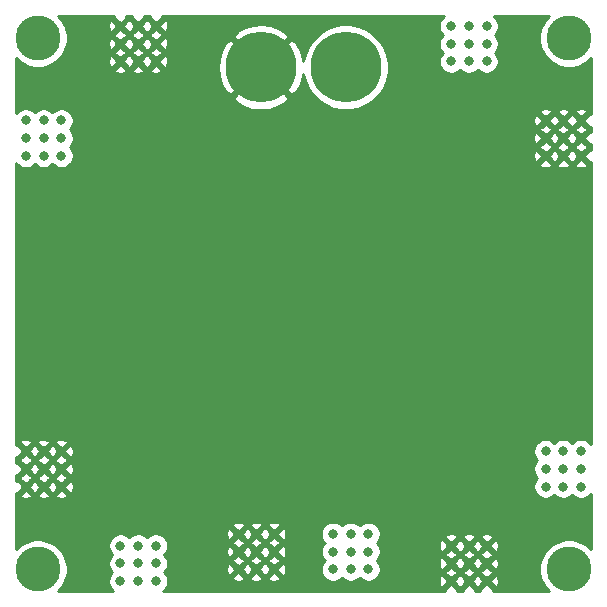
<source format=gbr>
G04 #@! TF.GenerationSoftware,KiCad,Pcbnew,(5.1.4-0-10_14)*
G04 #@! TF.CreationDate,2021-01-04T23:24:54-07:00*
G04 #@! TF.ProjectId,Power,506f7765-722e-46b6-9963-61645f706362,rev?*
G04 #@! TF.SameCoordinates,Original*
G04 #@! TF.FileFunction,Copper,L2,Bot*
G04 #@! TF.FilePolarity,Positive*
%FSLAX46Y46*%
G04 Gerber Fmt 4.6, Leading zero omitted, Abs format (unit mm)*
G04 Created by KiCad (PCBNEW (5.1.4-0-10_14)) date 2021-01-04 23:24:54*
%MOMM*%
%LPD*%
G04 APERTURE LIST*
%ADD10C,0.800000*%
%ADD11C,3.800000*%
%ADD12C,6.000000*%
%ADD13C,0.254000*%
G04 APERTURE END LIST*
D10*
X162500000Y-51500000D03*
X162500000Y-53000000D03*
X162500000Y-54500000D03*
X161000000Y-54500000D03*
X161000000Y-53000000D03*
X161000000Y-51500000D03*
X159500000Y-51500000D03*
X159500000Y-53000000D03*
X159500000Y-54500000D03*
X154500000Y-62500000D03*
X153000000Y-62500000D03*
X153000000Y-61000000D03*
X154500000Y-61000000D03*
X154500000Y-59500000D03*
X153000000Y-59500000D03*
X151500000Y-59500000D03*
X151500000Y-61000000D03*
X151500000Y-62500000D03*
X151500000Y-87500000D03*
X153000000Y-87500000D03*
X154500000Y-87500000D03*
X154500000Y-89000000D03*
X153000000Y-89000000D03*
X151500000Y-89000000D03*
X151500000Y-90500000D03*
X153000000Y-90500000D03*
X154500000Y-90500000D03*
X162500000Y-95500000D03*
X162500000Y-97000000D03*
X161000000Y-97000000D03*
X161000000Y-95500000D03*
X159500000Y-95500000D03*
X159500000Y-97000000D03*
X159500000Y-98500000D03*
X161000000Y-98500000D03*
X162500000Y-98500000D03*
X187500000Y-98500000D03*
X187500000Y-97000000D03*
X187500000Y-95500000D03*
X189000000Y-95500000D03*
X189000000Y-97000000D03*
X189000000Y-98500000D03*
X190500000Y-98500000D03*
X190500000Y-97000000D03*
X190500000Y-95500000D03*
X195500000Y-87500000D03*
X197000000Y-87500000D03*
X197000000Y-89000000D03*
X195500000Y-89000000D03*
X195500000Y-90500000D03*
X197000000Y-90500000D03*
X198500000Y-90500000D03*
X198500000Y-89000000D03*
X198500000Y-87500000D03*
X198500000Y-62500000D03*
X197000000Y-62500000D03*
X195500000Y-62500000D03*
X195500000Y-61000000D03*
X197000000Y-61000000D03*
X198500000Y-61000000D03*
X198500000Y-59500000D03*
X197000000Y-59500000D03*
X195500000Y-59500000D03*
X187500000Y-54500000D03*
X187500000Y-53000000D03*
X189000000Y-53000000D03*
X189000000Y-54500000D03*
X190500000Y-54500000D03*
X190500000Y-53000000D03*
X190500000Y-51500000D03*
X189000000Y-51500000D03*
X187500000Y-51500000D03*
D11*
X197500000Y-52500000D03*
X197500000Y-97500000D03*
X152500000Y-52500000D03*
X152500000Y-97500000D03*
D10*
X179000000Y-94500000D03*
X179000000Y-96000000D03*
X180500000Y-96000000D03*
X180500000Y-94500000D03*
X180500000Y-97500000D03*
X179000000Y-97500000D03*
X177500000Y-97500000D03*
X172500000Y-97500000D03*
X171000000Y-97500000D03*
X169500000Y-97500000D03*
X169500000Y-96000000D03*
X171000000Y-96000000D03*
X172500000Y-96000000D03*
X172500000Y-94500000D03*
X171000000Y-94500000D03*
X169500000Y-94500000D03*
X177500000Y-96000000D03*
X177500000Y-94500000D03*
D12*
X178600000Y-55000000D03*
X171400000Y-55000000D03*
D10*
X167000000Y-91000000D03*
X172000000Y-88000000D03*
X172000000Y-83000000D03*
X153000000Y-84000000D03*
X155000000Y-94000000D03*
X153000000Y-75000000D03*
X161000000Y-69000000D03*
X169000000Y-69000000D03*
X163000000Y-74000000D03*
X156000000Y-54000000D03*
X166000000Y-56000000D03*
X167000000Y-52000000D03*
X195000000Y-56000000D03*
X186000000Y-61000000D03*
X192000000Y-65000000D03*
X187000000Y-70000000D03*
X198000000Y-75000000D03*
X193000000Y-81000000D03*
X184000000Y-90000000D03*
X195000000Y-94000000D03*
X185000000Y-97000000D03*
D13*
G36*
X158973164Y-50793559D02*
G01*
X159500000Y-51320395D01*
X160026836Y-50793559D01*
X160011821Y-50660000D01*
X160488179Y-50660000D01*
X160473164Y-50793559D01*
X161000000Y-51320395D01*
X161526836Y-50793559D01*
X161511821Y-50660000D01*
X161988179Y-50660000D01*
X161973164Y-50793559D01*
X162500000Y-51320395D01*
X163026836Y-50793559D01*
X163011821Y-50660000D01*
X186894198Y-50660000D01*
X186840226Y-50696063D01*
X186696063Y-50840226D01*
X186582795Y-51009744D01*
X186504774Y-51198102D01*
X186465000Y-51398061D01*
X186465000Y-51601939D01*
X186504774Y-51801898D01*
X186582795Y-51990256D01*
X186696063Y-52159774D01*
X186786289Y-52250000D01*
X186696063Y-52340226D01*
X186582795Y-52509744D01*
X186504774Y-52698102D01*
X186465000Y-52898061D01*
X186465000Y-53101939D01*
X186504774Y-53301898D01*
X186582795Y-53490256D01*
X186696063Y-53659774D01*
X186786289Y-53750000D01*
X186696063Y-53840226D01*
X186582795Y-54009744D01*
X186504774Y-54198102D01*
X186465000Y-54398061D01*
X186465000Y-54601939D01*
X186504774Y-54801898D01*
X186582795Y-54990256D01*
X186696063Y-55159774D01*
X186840226Y-55303937D01*
X187009744Y-55417205D01*
X187198102Y-55495226D01*
X187398061Y-55535000D01*
X187601939Y-55535000D01*
X187801898Y-55495226D01*
X187990256Y-55417205D01*
X188159774Y-55303937D01*
X188250000Y-55213711D01*
X188340226Y-55303937D01*
X188509744Y-55417205D01*
X188698102Y-55495226D01*
X188898061Y-55535000D01*
X189101939Y-55535000D01*
X189301898Y-55495226D01*
X189490256Y-55417205D01*
X189659774Y-55303937D01*
X189750000Y-55213711D01*
X189840226Y-55303937D01*
X190009744Y-55417205D01*
X190198102Y-55495226D01*
X190398061Y-55535000D01*
X190601939Y-55535000D01*
X190801898Y-55495226D01*
X190990256Y-55417205D01*
X191159774Y-55303937D01*
X191303937Y-55159774D01*
X191417205Y-54990256D01*
X191495226Y-54801898D01*
X191535000Y-54601939D01*
X191535000Y-54398061D01*
X191495226Y-54198102D01*
X191417205Y-54009744D01*
X191303937Y-53840226D01*
X191213711Y-53750000D01*
X191303937Y-53659774D01*
X191417205Y-53490256D01*
X191495226Y-53301898D01*
X191535000Y-53101939D01*
X191535000Y-52898061D01*
X191495226Y-52698102D01*
X191417205Y-52509744D01*
X191303937Y-52340226D01*
X191213711Y-52250000D01*
X191303937Y-52159774D01*
X191417205Y-51990256D01*
X191495226Y-51801898D01*
X191535000Y-51601939D01*
X191535000Y-51398061D01*
X191495226Y-51198102D01*
X191417205Y-51009744D01*
X191303937Y-50840226D01*
X191159774Y-50696063D01*
X191105802Y-50660000D01*
X195754969Y-50660000D01*
X195530937Y-50884032D01*
X195253512Y-51299227D01*
X195062418Y-51760568D01*
X194965000Y-52250324D01*
X194965000Y-52749676D01*
X195062418Y-53239432D01*
X195253512Y-53700773D01*
X195530937Y-54115968D01*
X195884032Y-54469063D01*
X196299227Y-54746488D01*
X196760568Y-54937582D01*
X197250324Y-55035000D01*
X197749676Y-55035000D01*
X198239432Y-54937582D01*
X198700773Y-54746488D01*
X199115968Y-54469063D01*
X199340000Y-54245031D01*
X199340000Y-58988179D01*
X199206441Y-58973164D01*
X198679605Y-59500000D01*
X199206441Y-60026836D01*
X199340000Y-60011821D01*
X199340000Y-60488179D01*
X199206441Y-60473164D01*
X198679605Y-61000000D01*
X199206441Y-61526836D01*
X199340000Y-61511821D01*
X199340000Y-61988179D01*
X199206441Y-61973164D01*
X198679605Y-62500000D01*
X199206441Y-63026836D01*
X199340000Y-63011821D01*
X199340001Y-86894199D01*
X199303937Y-86840226D01*
X199159774Y-86696063D01*
X198990256Y-86582795D01*
X198801898Y-86504774D01*
X198601939Y-86465000D01*
X198398061Y-86465000D01*
X198198102Y-86504774D01*
X198009744Y-86582795D01*
X197840226Y-86696063D01*
X197750000Y-86786289D01*
X197659774Y-86696063D01*
X197490256Y-86582795D01*
X197301898Y-86504774D01*
X197101939Y-86465000D01*
X196898061Y-86465000D01*
X196698102Y-86504774D01*
X196509744Y-86582795D01*
X196340226Y-86696063D01*
X196250000Y-86786289D01*
X196159774Y-86696063D01*
X195990256Y-86582795D01*
X195801898Y-86504774D01*
X195601939Y-86465000D01*
X195398061Y-86465000D01*
X195198102Y-86504774D01*
X195009744Y-86582795D01*
X194840226Y-86696063D01*
X194696063Y-86840226D01*
X194582795Y-87009744D01*
X194504774Y-87198102D01*
X194465000Y-87398061D01*
X194465000Y-87601939D01*
X194504774Y-87801898D01*
X194582795Y-87990256D01*
X194696063Y-88159774D01*
X194786289Y-88250000D01*
X194696063Y-88340226D01*
X194582795Y-88509744D01*
X194504774Y-88698102D01*
X194465000Y-88898061D01*
X194465000Y-89101939D01*
X194504774Y-89301898D01*
X194582795Y-89490256D01*
X194696063Y-89659774D01*
X194786289Y-89750000D01*
X194696063Y-89840226D01*
X194582795Y-90009744D01*
X194504774Y-90198102D01*
X194465000Y-90398061D01*
X194465000Y-90601939D01*
X194504774Y-90801898D01*
X194582795Y-90990256D01*
X194696063Y-91159774D01*
X194840226Y-91303937D01*
X195009744Y-91417205D01*
X195198102Y-91495226D01*
X195398061Y-91535000D01*
X195601939Y-91535000D01*
X195801898Y-91495226D01*
X195990256Y-91417205D01*
X196159774Y-91303937D01*
X196250000Y-91213711D01*
X196340226Y-91303937D01*
X196509744Y-91417205D01*
X196698102Y-91495226D01*
X196898061Y-91535000D01*
X197101939Y-91535000D01*
X197301898Y-91495226D01*
X197490256Y-91417205D01*
X197659774Y-91303937D01*
X197750000Y-91213711D01*
X197840226Y-91303937D01*
X198009744Y-91417205D01*
X198198102Y-91495226D01*
X198398061Y-91535000D01*
X198601939Y-91535000D01*
X198801898Y-91495226D01*
X198990256Y-91417205D01*
X199159774Y-91303937D01*
X199303937Y-91159774D01*
X199340001Y-91105801D01*
X199340001Y-95754970D01*
X199115968Y-95530937D01*
X198700773Y-95253512D01*
X198239432Y-95062418D01*
X197749676Y-94965000D01*
X197250324Y-94965000D01*
X196760568Y-95062418D01*
X196299227Y-95253512D01*
X195884032Y-95530937D01*
X195530937Y-95884032D01*
X195253512Y-96299227D01*
X195062418Y-96760568D01*
X194965000Y-97250324D01*
X194965000Y-97749676D01*
X195062418Y-98239432D01*
X195253512Y-98700773D01*
X195530937Y-99115968D01*
X195754969Y-99340000D01*
X191011821Y-99340000D01*
X191026836Y-99206441D01*
X190500000Y-98679605D01*
X189973164Y-99206441D01*
X189988179Y-99340000D01*
X189511821Y-99340000D01*
X189526836Y-99206441D01*
X189000000Y-98679605D01*
X188473164Y-99206441D01*
X188488179Y-99340000D01*
X188011821Y-99340000D01*
X188026836Y-99206441D01*
X187500000Y-98679605D01*
X186973164Y-99206441D01*
X186988179Y-99340000D01*
X163105802Y-99340000D01*
X163159774Y-99303937D01*
X163303937Y-99159774D01*
X163417205Y-98990256D01*
X163495226Y-98801898D01*
X163535000Y-98601939D01*
X163535000Y-98586377D01*
X186463587Y-98586377D01*
X186500353Y-98786912D01*
X186575534Y-98976420D01*
X186590264Y-99003981D01*
X186793559Y-99026836D01*
X187320395Y-98500000D01*
X187679605Y-98500000D01*
X188022603Y-98842998D01*
X188075534Y-98976420D01*
X188090264Y-99003981D01*
X188195406Y-99015801D01*
X188206441Y-99026836D01*
X188250000Y-99021939D01*
X188293559Y-99026836D01*
X188304594Y-99015801D01*
X188409736Y-99003981D01*
X188480691Y-98839704D01*
X188820395Y-98500000D01*
X189179605Y-98500000D01*
X189522603Y-98842998D01*
X189575534Y-98976420D01*
X189590264Y-99003981D01*
X189695406Y-99015801D01*
X189706441Y-99026836D01*
X189750000Y-99021939D01*
X189793559Y-99026836D01*
X189804594Y-99015801D01*
X189909736Y-99003981D01*
X189980691Y-98839704D01*
X190320395Y-98500000D01*
X190679605Y-98500000D01*
X191206441Y-99026836D01*
X191409736Y-99003981D01*
X191490577Y-98816816D01*
X191533351Y-98617477D01*
X191536413Y-98413623D01*
X191499647Y-98213088D01*
X191424466Y-98023580D01*
X191409736Y-97996019D01*
X191206441Y-97973164D01*
X190679605Y-98500000D01*
X190320395Y-98500000D01*
X189977397Y-98157002D01*
X189924466Y-98023580D01*
X189909736Y-97996019D01*
X189804594Y-97984199D01*
X189793559Y-97973164D01*
X189750000Y-97978061D01*
X189706441Y-97973164D01*
X189695406Y-97984199D01*
X189590264Y-97996019D01*
X189519309Y-98160296D01*
X189179605Y-98500000D01*
X188820395Y-98500000D01*
X188477397Y-98157002D01*
X188424466Y-98023580D01*
X188409736Y-97996019D01*
X188304594Y-97984199D01*
X188293559Y-97973164D01*
X188250000Y-97978061D01*
X188206441Y-97973164D01*
X188195406Y-97984199D01*
X188090264Y-97996019D01*
X188019309Y-98160296D01*
X187679605Y-98500000D01*
X187320395Y-98500000D01*
X186793559Y-97973164D01*
X186590264Y-97996019D01*
X186509423Y-98183184D01*
X186466649Y-98382523D01*
X186463587Y-98586377D01*
X163535000Y-98586377D01*
X163535000Y-98398061D01*
X163496885Y-98206441D01*
X168973164Y-98206441D01*
X168996019Y-98409736D01*
X169183184Y-98490577D01*
X169382523Y-98533351D01*
X169586377Y-98536413D01*
X169786912Y-98499647D01*
X169976420Y-98424466D01*
X170003981Y-98409736D01*
X170026836Y-98206441D01*
X170473164Y-98206441D01*
X170496019Y-98409736D01*
X170683184Y-98490577D01*
X170882523Y-98533351D01*
X171086377Y-98536413D01*
X171286912Y-98499647D01*
X171476420Y-98424466D01*
X171503981Y-98409736D01*
X171526836Y-98206441D01*
X171973164Y-98206441D01*
X171996019Y-98409736D01*
X172183184Y-98490577D01*
X172382523Y-98533351D01*
X172586377Y-98536413D01*
X172786912Y-98499647D01*
X172976420Y-98424466D01*
X173003981Y-98409736D01*
X173026836Y-98206441D01*
X172500000Y-97679605D01*
X171973164Y-98206441D01*
X171526836Y-98206441D01*
X171000000Y-97679605D01*
X170473164Y-98206441D01*
X170026836Y-98206441D01*
X169500000Y-97679605D01*
X168973164Y-98206441D01*
X163496885Y-98206441D01*
X163495226Y-98198102D01*
X163417205Y-98009744D01*
X163303937Y-97840226D01*
X163213711Y-97750000D01*
X163303937Y-97659774D01*
X163352979Y-97586377D01*
X168463587Y-97586377D01*
X168500353Y-97786912D01*
X168575534Y-97976420D01*
X168590264Y-98003981D01*
X168793559Y-98026836D01*
X169320395Y-97500000D01*
X169679605Y-97500000D01*
X170022603Y-97842998D01*
X170075534Y-97976420D01*
X170090264Y-98003981D01*
X170195406Y-98015801D01*
X170206441Y-98026836D01*
X170250000Y-98021939D01*
X170293559Y-98026836D01*
X170304594Y-98015801D01*
X170409736Y-98003981D01*
X170480691Y-97839704D01*
X170820395Y-97500000D01*
X171179605Y-97500000D01*
X171522603Y-97842998D01*
X171575534Y-97976420D01*
X171590264Y-98003981D01*
X171695406Y-98015801D01*
X171706441Y-98026836D01*
X171750000Y-98021939D01*
X171793559Y-98026836D01*
X171804594Y-98015801D01*
X171909736Y-98003981D01*
X171980691Y-97839704D01*
X172320395Y-97500000D01*
X172679605Y-97500000D01*
X173206441Y-98026836D01*
X173409736Y-98003981D01*
X173490577Y-97816816D01*
X173533351Y-97617477D01*
X173536413Y-97413623D01*
X173499647Y-97213088D01*
X173424466Y-97023580D01*
X173409736Y-96996019D01*
X173206441Y-96973164D01*
X172679605Y-97500000D01*
X172320395Y-97500000D01*
X171977397Y-97157002D01*
X171924466Y-97023580D01*
X171909736Y-96996019D01*
X171804594Y-96984199D01*
X171793559Y-96973164D01*
X171750000Y-96978061D01*
X171706441Y-96973164D01*
X171695406Y-96984199D01*
X171590264Y-96996019D01*
X171519309Y-97160296D01*
X171179605Y-97500000D01*
X170820395Y-97500000D01*
X170477397Y-97157002D01*
X170424466Y-97023580D01*
X170409736Y-96996019D01*
X170304594Y-96984199D01*
X170293559Y-96973164D01*
X170250000Y-96978061D01*
X170206441Y-96973164D01*
X170195406Y-96984199D01*
X170090264Y-96996019D01*
X170019309Y-97160296D01*
X169679605Y-97500000D01*
X169320395Y-97500000D01*
X168793559Y-96973164D01*
X168590264Y-96996019D01*
X168509423Y-97183184D01*
X168466649Y-97382523D01*
X168463587Y-97586377D01*
X163352979Y-97586377D01*
X163417205Y-97490256D01*
X163495226Y-97301898D01*
X163535000Y-97101939D01*
X163535000Y-96898061D01*
X163496885Y-96706441D01*
X168973164Y-96706441D01*
X168978061Y-96750000D01*
X168973164Y-96793559D01*
X168984199Y-96804594D01*
X168996019Y-96909736D01*
X169160296Y-96980691D01*
X169500000Y-97320395D01*
X169842998Y-96977397D01*
X169976420Y-96924466D01*
X170003981Y-96909736D01*
X170015801Y-96804594D01*
X170026836Y-96793559D01*
X170021939Y-96750000D01*
X170026836Y-96706441D01*
X170473164Y-96706441D01*
X170478061Y-96750000D01*
X170473164Y-96793559D01*
X170484199Y-96804594D01*
X170496019Y-96909736D01*
X170660296Y-96980691D01*
X171000000Y-97320395D01*
X171342998Y-96977397D01*
X171476420Y-96924466D01*
X171503981Y-96909736D01*
X171515801Y-96804594D01*
X171526836Y-96793559D01*
X171521939Y-96750000D01*
X171526836Y-96706441D01*
X171973164Y-96706441D01*
X171978061Y-96750000D01*
X171973164Y-96793559D01*
X171984199Y-96804594D01*
X171996019Y-96909736D01*
X172160296Y-96980691D01*
X172500000Y-97320395D01*
X172842998Y-96977397D01*
X172976420Y-96924466D01*
X173003981Y-96909736D01*
X173015801Y-96804594D01*
X173026836Y-96793559D01*
X173021939Y-96750000D01*
X173026836Y-96706441D01*
X173015801Y-96695406D01*
X173003981Y-96590264D01*
X172839704Y-96519309D01*
X172500000Y-96179605D01*
X172157002Y-96522603D01*
X172023580Y-96575534D01*
X171996019Y-96590264D01*
X171984199Y-96695406D01*
X171973164Y-96706441D01*
X171526836Y-96706441D01*
X171515801Y-96695406D01*
X171503981Y-96590264D01*
X171339704Y-96519309D01*
X171000000Y-96179605D01*
X170657002Y-96522603D01*
X170523580Y-96575534D01*
X170496019Y-96590264D01*
X170484199Y-96695406D01*
X170473164Y-96706441D01*
X170026836Y-96706441D01*
X170015801Y-96695406D01*
X170003981Y-96590264D01*
X169839704Y-96519309D01*
X169500000Y-96179605D01*
X169157002Y-96522603D01*
X169023580Y-96575534D01*
X168996019Y-96590264D01*
X168984199Y-96695406D01*
X168973164Y-96706441D01*
X163496885Y-96706441D01*
X163495226Y-96698102D01*
X163417205Y-96509744D01*
X163303937Y-96340226D01*
X163213711Y-96250000D01*
X163303937Y-96159774D01*
X163352979Y-96086377D01*
X168463587Y-96086377D01*
X168500353Y-96286912D01*
X168575534Y-96476420D01*
X168590264Y-96503981D01*
X168793559Y-96526836D01*
X169320395Y-96000000D01*
X169679605Y-96000000D01*
X170022603Y-96342998D01*
X170075534Y-96476420D01*
X170090264Y-96503981D01*
X170195406Y-96515801D01*
X170206441Y-96526836D01*
X170250000Y-96521939D01*
X170293559Y-96526836D01*
X170304594Y-96515801D01*
X170409736Y-96503981D01*
X170480691Y-96339704D01*
X170820395Y-96000000D01*
X171179605Y-96000000D01*
X171522603Y-96342998D01*
X171575534Y-96476420D01*
X171590264Y-96503981D01*
X171695406Y-96515801D01*
X171706441Y-96526836D01*
X171750000Y-96521939D01*
X171793559Y-96526836D01*
X171804594Y-96515801D01*
X171909736Y-96503981D01*
X171980691Y-96339704D01*
X172320395Y-96000000D01*
X172679605Y-96000000D01*
X173206441Y-96526836D01*
X173409736Y-96503981D01*
X173490577Y-96316816D01*
X173533351Y-96117477D01*
X173536413Y-95913623D01*
X173499647Y-95713088D01*
X173424466Y-95523580D01*
X173409736Y-95496019D01*
X173206441Y-95473164D01*
X172679605Y-96000000D01*
X172320395Y-96000000D01*
X171977397Y-95657002D01*
X171924466Y-95523580D01*
X171909736Y-95496019D01*
X171804594Y-95484199D01*
X171793559Y-95473164D01*
X171750000Y-95478061D01*
X171706441Y-95473164D01*
X171695406Y-95484199D01*
X171590264Y-95496019D01*
X171519309Y-95660296D01*
X171179605Y-96000000D01*
X170820395Y-96000000D01*
X170477397Y-95657002D01*
X170424466Y-95523580D01*
X170409736Y-95496019D01*
X170304594Y-95484199D01*
X170293559Y-95473164D01*
X170250000Y-95478061D01*
X170206441Y-95473164D01*
X170195406Y-95484199D01*
X170090264Y-95496019D01*
X170019309Y-95660296D01*
X169679605Y-96000000D01*
X169320395Y-96000000D01*
X168793559Y-95473164D01*
X168590264Y-95496019D01*
X168509423Y-95683184D01*
X168466649Y-95882523D01*
X168463587Y-96086377D01*
X163352979Y-96086377D01*
X163417205Y-95990256D01*
X163495226Y-95801898D01*
X163535000Y-95601939D01*
X163535000Y-95398061D01*
X163496885Y-95206441D01*
X168973164Y-95206441D01*
X168978061Y-95250000D01*
X168973164Y-95293559D01*
X168984199Y-95304594D01*
X168996019Y-95409736D01*
X169160296Y-95480691D01*
X169500000Y-95820395D01*
X169842998Y-95477397D01*
X169976420Y-95424466D01*
X170003981Y-95409736D01*
X170015801Y-95304594D01*
X170026836Y-95293559D01*
X170021939Y-95250000D01*
X170026836Y-95206441D01*
X170473164Y-95206441D01*
X170478061Y-95250000D01*
X170473164Y-95293559D01*
X170484199Y-95304594D01*
X170496019Y-95409736D01*
X170660296Y-95480691D01*
X171000000Y-95820395D01*
X171342998Y-95477397D01*
X171476420Y-95424466D01*
X171503981Y-95409736D01*
X171515801Y-95304594D01*
X171526836Y-95293559D01*
X171521939Y-95250000D01*
X171526836Y-95206441D01*
X171973164Y-95206441D01*
X171978061Y-95250000D01*
X171973164Y-95293559D01*
X171984199Y-95304594D01*
X171996019Y-95409736D01*
X172160296Y-95480691D01*
X172500000Y-95820395D01*
X172842998Y-95477397D01*
X172976420Y-95424466D01*
X173003981Y-95409736D01*
X173015801Y-95304594D01*
X173026836Y-95293559D01*
X173021939Y-95250000D01*
X173026836Y-95206441D01*
X173015801Y-95195406D01*
X173003981Y-95090264D01*
X172839704Y-95019309D01*
X172500000Y-94679605D01*
X172157002Y-95022603D01*
X172023580Y-95075534D01*
X171996019Y-95090264D01*
X171984199Y-95195406D01*
X171973164Y-95206441D01*
X171526836Y-95206441D01*
X171515801Y-95195406D01*
X171503981Y-95090264D01*
X171339704Y-95019309D01*
X171000000Y-94679605D01*
X170657002Y-95022603D01*
X170523580Y-95075534D01*
X170496019Y-95090264D01*
X170484199Y-95195406D01*
X170473164Y-95206441D01*
X170026836Y-95206441D01*
X170015801Y-95195406D01*
X170003981Y-95090264D01*
X169839704Y-95019309D01*
X169500000Y-94679605D01*
X169157002Y-95022603D01*
X169023580Y-95075534D01*
X168996019Y-95090264D01*
X168984199Y-95195406D01*
X168973164Y-95206441D01*
X163496885Y-95206441D01*
X163495226Y-95198102D01*
X163417205Y-95009744D01*
X163303937Y-94840226D01*
X163159774Y-94696063D01*
X162995617Y-94586377D01*
X168463587Y-94586377D01*
X168500353Y-94786912D01*
X168575534Y-94976420D01*
X168590264Y-95003981D01*
X168793559Y-95026836D01*
X169320395Y-94500000D01*
X169679605Y-94500000D01*
X170022603Y-94842998D01*
X170075534Y-94976420D01*
X170090264Y-95003981D01*
X170195406Y-95015801D01*
X170206441Y-95026836D01*
X170250000Y-95021939D01*
X170293559Y-95026836D01*
X170304594Y-95015801D01*
X170409736Y-95003981D01*
X170480691Y-94839704D01*
X170820395Y-94500000D01*
X171179605Y-94500000D01*
X171522603Y-94842998D01*
X171575534Y-94976420D01*
X171590264Y-95003981D01*
X171695406Y-95015801D01*
X171706441Y-95026836D01*
X171750000Y-95021939D01*
X171793559Y-95026836D01*
X171804594Y-95015801D01*
X171909736Y-95003981D01*
X171980691Y-94839704D01*
X172320395Y-94500000D01*
X172679605Y-94500000D01*
X173206441Y-95026836D01*
X173409736Y-95003981D01*
X173490577Y-94816816D01*
X173533351Y-94617477D01*
X173536413Y-94413623D01*
X173533560Y-94398061D01*
X176465000Y-94398061D01*
X176465000Y-94601939D01*
X176504774Y-94801898D01*
X176582795Y-94990256D01*
X176696063Y-95159774D01*
X176786289Y-95250000D01*
X176696063Y-95340226D01*
X176582795Y-95509744D01*
X176504774Y-95698102D01*
X176465000Y-95898061D01*
X176465000Y-96101939D01*
X176504774Y-96301898D01*
X176582795Y-96490256D01*
X176696063Y-96659774D01*
X176786289Y-96750000D01*
X176696063Y-96840226D01*
X176582795Y-97009744D01*
X176504774Y-97198102D01*
X176465000Y-97398061D01*
X176465000Y-97601939D01*
X176504774Y-97801898D01*
X176582795Y-97990256D01*
X176696063Y-98159774D01*
X176840226Y-98303937D01*
X177009744Y-98417205D01*
X177198102Y-98495226D01*
X177398061Y-98535000D01*
X177601939Y-98535000D01*
X177801898Y-98495226D01*
X177990256Y-98417205D01*
X178159774Y-98303937D01*
X178250000Y-98213711D01*
X178340226Y-98303937D01*
X178509744Y-98417205D01*
X178698102Y-98495226D01*
X178898061Y-98535000D01*
X179101939Y-98535000D01*
X179301898Y-98495226D01*
X179490256Y-98417205D01*
X179659774Y-98303937D01*
X179750000Y-98213711D01*
X179840226Y-98303937D01*
X180009744Y-98417205D01*
X180198102Y-98495226D01*
X180398061Y-98535000D01*
X180601939Y-98535000D01*
X180801898Y-98495226D01*
X180990256Y-98417205D01*
X181159774Y-98303937D01*
X181303937Y-98159774D01*
X181417205Y-97990256D01*
X181495226Y-97801898D01*
X181514213Y-97706441D01*
X186973164Y-97706441D01*
X186978061Y-97750000D01*
X186973164Y-97793559D01*
X186984199Y-97804594D01*
X186996019Y-97909736D01*
X187160296Y-97980691D01*
X187500000Y-98320395D01*
X187842998Y-97977397D01*
X187976420Y-97924466D01*
X188003981Y-97909736D01*
X188015801Y-97804594D01*
X188026836Y-97793559D01*
X188021939Y-97750000D01*
X188026836Y-97706441D01*
X188473164Y-97706441D01*
X188478061Y-97750000D01*
X188473164Y-97793559D01*
X188484199Y-97804594D01*
X188496019Y-97909736D01*
X188660296Y-97980691D01*
X189000000Y-98320395D01*
X189342998Y-97977397D01*
X189476420Y-97924466D01*
X189503981Y-97909736D01*
X189515801Y-97804594D01*
X189526836Y-97793559D01*
X189521939Y-97750000D01*
X189526836Y-97706441D01*
X189973164Y-97706441D01*
X189978061Y-97750000D01*
X189973164Y-97793559D01*
X189984199Y-97804594D01*
X189996019Y-97909736D01*
X190160296Y-97980691D01*
X190500000Y-98320395D01*
X190842998Y-97977397D01*
X190976420Y-97924466D01*
X191003981Y-97909736D01*
X191015801Y-97804594D01*
X191026836Y-97793559D01*
X191021939Y-97750000D01*
X191026836Y-97706441D01*
X191015801Y-97695406D01*
X191003981Y-97590264D01*
X190839704Y-97519309D01*
X190500000Y-97179605D01*
X190157002Y-97522603D01*
X190023580Y-97575534D01*
X189996019Y-97590264D01*
X189984199Y-97695406D01*
X189973164Y-97706441D01*
X189526836Y-97706441D01*
X189515801Y-97695406D01*
X189503981Y-97590264D01*
X189339704Y-97519309D01*
X189000000Y-97179605D01*
X188657002Y-97522603D01*
X188523580Y-97575534D01*
X188496019Y-97590264D01*
X188484199Y-97695406D01*
X188473164Y-97706441D01*
X188026836Y-97706441D01*
X188015801Y-97695406D01*
X188003981Y-97590264D01*
X187839704Y-97519309D01*
X187500000Y-97179605D01*
X187157002Y-97522603D01*
X187023580Y-97575534D01*
X186996019Y-97590264D01*
X186984199Y-97695406D01*
X186973164Y-97706441D01*
X181514213Y-97706441D01*
X181535000Y-97601939D01*
X181535000Y-97398061D01*
X181495226Y-97198102D01*
X181448948Y-97086377D01*
X186463587Y-97086377D01*
X186500353Y-97286912D01*
X186575534Y-97476420D01*
X186590264Y-97503981D01*
X186793559Y-97526836D01*
X187320395Y-97000000D01*
X187679605Y-97000000D01*
X188022603Y-97342998D01*
X188075534Y-97476420D01*
X188090264Y-97503981D01*
X188195406Y-97515801D01*
X188206441Y-97526836D01*
X188250000Y-97521939D01*
X188293559Y-97526836D01*
X188304594Y-97515801D01*
X188409736Y-97503981D01*
X188480691Y-97339704D01*
X188820395Y-97000000D01*
X189179605Y-97000000D01*
X189522603Y-97342998D01*
X189575534Y-97476420D01*
X189590264Y-97503981D01*
X189695406Y-97515801D01*
X189706441Y-97526836D01*
X189750000Y-97521939D01*
X189793559Y-97526836D01*
X189804594Y-97515801D01*
X189909736Y-97503981D01*
X189980691Y-97339704D01*
X190320395Y-97000000D01*
X190679605Y-97000000D01*
X191206441Y-97526836D01*
X191409736Y-97503981D01*
X191490577Y-97316816D01*
X191533351Y-97117477D01*
X191536413Y-96913623D01*
X191499647Y-96713088D01*
X191424466Y-96523580D01*
X191409736Y-96496019D01*
X191206441Y-96473164D01*
X190679605Y-97000000D01*
X190320395Y-97000000D01*
X189977397Y-96657002D01*
X189924466Y-96523580D01*
X189909736Y-96496019D01*
X189804594Y-96484199D01*
X189793559Y-96473164D01*
X189750000Y-96478061D01*
X189706441Y-96473164D01*
X189695406Y-96484199D01*
X189590264Y-96496019D01*
X189519309Y-96660296D01*
X189179605Y-97000000D01*
X188820395Y-97000000D01*
X188477397Y-96657002D01*
X188424466Y-96523580D01*
X188409736Y-96496019D01*
X188304594Y-96484199D01*
X188293559Y-96473164D01*
X188250000Y-96478061D01*
X188206441Y-96473164D01*
X188195406Y-96484199D01*
X188090264Y-96496019D01*
X188019309Y-96660296D01*
X187679605Y-97000000D01*
X187320395Y-97000000D01*
X186793559Y-96473164D01*
X186590264Y-96496019D01*
X186509423Y-96683184D01*
X186466649Y-96882523D01*
X186463587Y-97086377D01*
X181448948Y-97086377D01*
X181417205Y-97009744D01*
X181303937Y-96840226D01*
X181213711Y-96750000D01*
X181303937Y-96659774D01*
X181417205Y-96490256D01*
X181495226Y-96301898D01*
X181514213Y-96206441D01*
X186973164Y-96206441D01*
X186978061Y-96250000D01*
X186973164Y-96293559D01*
X186984199Y-96304594D01*
X186996019Y-96409736D01*
X187160296Y-96480691D01*
X187500000Y-96820395D01*
X187842998Y-96477397D01*
X187976420Y-96424466D01*
X188003981Y-96409736D01*
X188015801Y-96304594D01*
X188026836Y-96293559D01*
X188021939Y-96250000D01*
X188026836Y-96206441D01*
X188473164Y-96206441D01*
X188478061Y-96250000D01*
X188473164Y-96293559D01*
X188484199Y-96304594D01*
X188496019Y-96409736D01*
X188660296Y-96480691D01*
X189000000Y-96820395D01*
X189342998Y-96477397D01*
X189476420Y-96424466D01*
X189503981Y-96409736D01*
X189515801Y-96304594D01*
X189526836Y-96293559D01*
X189521939Y-96250000D01*
X189526836Y-96206441D01*
X189973164Y-96206441D01*
X189978061Y-96250000D01*
X189973164Y-96293559D01*
X189984199Y-96304594D01*
X189996019Y-96409736D01*
X190160296Y-96480691D01*
X190500000Y-96820395D01*
X190842998Y-96477397D01*
X190976420Y-96424466D01*
X191003981Y-96409736D01*
X191015801Y-96304594D01*
X191026836Y-96293559D01*
X191021939Y-96250000D01*
X191026836Y-96206441D01*
X191015801Y-96195406D01*
X191003981Y-96090264D01*
X190839704Y-96019309D01*
X190500000Y-95679605D01*
X190157002Y-96022603D01*
X190023580Y-96075534D01*
X189996019Y-96090264D01*
X189984199Y-96195406D01*
X189973164Y-96206441D01*
X189526836Y-96206441D01*
X189515801Y-96195406D01*
X189503981Y-96090264D01*
X189339704Y-96019309D01*
X189000000Y-95679605D01*
X188657002Y-96022603D01*
X188523580Y-96075534D01*
X188496019Y-96090264D01*
X188484199Y-96195406D01*
X188473164Y-96206441D01*
X188026836Y-96206441D01*
X188015801Y-96195406D01*
X188003981Y-96090264D01*
X187839704Y-96019309D01*
X187500000Y-95679605D01*
X187157002Y-96022603D01*
X187023580Y-96075534D01*
X186996019Y-96090264D01*
X186984199Y-96195406D01*
X186973164Y-96206441D01*
X181514213Y-96206441D01*
X181535000Y-96101939D01*
X181535000Y-95898061D01*
X181495226Y-95698102D01*
X181448948Y-95586377D01*
X186463587Y-95586377D01*
X186500353Y-95786912D01*
X186575534Y-95976420D01*
X186590264Y-96003981D01*
X186793559Y-96026836D01*
X187320395Y-95500000D01*
X187679605Y-95500000D01*
X188022603Y-95842998D01*
X188075534Y-95976420D01*
X188090264Y-96003981D01*
X188195406Y-96015801D01*
X188206441Y-96026836D01*
X188250000Y-96021939D01*
X188293559Y-96026836D01*
X188304594Y-96015801D01*
X188409736Y-96003981D01*
X188480691Y-95839704D01*
X188820395Y-95500000D01*
X189179605Y-95500000D01*
X189522603Y-95842998D01*
X189575534Y-95976420D01*
X189590264Y-96003981D01*
X189695406Y-96015801D01*
X189706441Y-96026836D01*
X189750000Y-96021939D01*
X189793559Y-96026836D01*
X189804594Y-96015801D01*
X189909736Y-96003981D01*
X189980691Y-95839704D01*
X190320395Y-95500000D01*
X190679605Y-95500000D01*
X191206441Y-96026836D01*
X191409736Y-96003981D01*
X191490577Y-95816816D01*
X191533351Y-95617477D01*
X191536413Y-95413623D01*
X191499647Y-95213088D01*
X191424466Y-95023580D01*
X191409736Y-94996019D01*
X191206441Y-94973164D01*
X190679605Y-95500000D01*
X190320395Y-95500000D01*
X189977397Y-95157002D01*
X189924466Y-95023580D01*
X189909736Y-94996019D01*
X189804594Y-94984199D01*
X189793559Y-94973164D01*
X189750000Y-94978061D01*
X189706441Y-94973164D01*
X189695406Y-94984199D01*
X189590264Y-94996019D01*
X189519309Y-95160296D01*
X189179605Y-95500000D01*
X188820395Y-95500000D01*
X188477397Y-95157002D01*
X188424466Y-95023580D01*
X188409736Y-94996019D01*
X188304594Y-94984199D01*
X188293559Y-94973164D01*
X188250000Y-94978061D01*
X188206441Y-94973164D01*
X188195406Y-94984199D01*
X188090264Y-94996019D01*
X188019309Y-95160296D01*
X187679605Y-95500000D01*
X187320395Y-95500000D01*
X186793559Y-94973164D01*
X186590264Y-94996019D01*
X186509423Y-95183184D01*
X186466649Y-95382523D01*
X186463587Y-95586377D01*
X181448948Y-95586377D01*
X181417205Y-95509744D01*
X181303937Y-95340226D01*
X181213711Y-95250000D01*
X181303937Y-95159774D01*
X181417205Y-94990256D01*
X181495226Y-94801898D01*
X181496884Y-94793559D01*
X186973164Y-94793559D01*
X187500000Y-95320395D01*
X188026836Y-94793559D01*
X188473164Y-94793559D01*
X189000000Y-95320395D01*
X189526836Y-94793559D01*
X189973164Y-94793559D01*
X190500000Y-95320395D01*
X191026836Y-94793559D01*
X191003981Y-94590264D01*
X190816816Y-94509423D01*
X190617477Y-94466649D01*
X190413623Y-94463587D01*
X190213088Y-94500353D01*
X190023580Y-94575534D01*
X189996019Y-94590264D01*
X189973164Y-94793559D01*
X189526836Y-94793559D01*
X189503981Y-94590264D01*
X189316816Y-94509423D01*
X189117477Y-94466649D01*
X188913623Y-94463587D01*
X188713088Y-94500353D01*
X188523580Y-94575534D01*
X188496019Y-94590264D01*
X188473164Y-94793559D01*
X188026836Y-94793559D01*
X188003981Y-94590264D01*
X187816816Y-94509423D01*
X187617477Y-94466649D01*
X187413623Y-94463587D01*
X187213088Y-94500353D01*
X187023580Y-94575534D01*
X186996019Y-94590264D01*
X186973164Y-94793559D01*
X181496884Y-94793559D01*
X181535000Y-94601939D01*
X181535000Y-94398061D01*
X181495226Y-94198102D01*
X181417205Y-94009744D01*
X181303937Y-93840226D01*
X181159774Y-93696063D01*
X180990256Y-93582795D01*
X180801898Y-93504774D01*
X180601939Y-93465000D01*
X180398061Y-93465000D01*
X180198102Y-93504774D01*
X180009744Y-93582795D01*
X179840226Y-93696063D01*
X179750000Y-93786289D01*
X179659774Y-93696063D01*
X179490256Y-93582795D01*
X179301898Y-93504774D01*
X179101939Y-93465000D01*
X178898061Y-93465000D01*
X178698102Y-93504774D01*
X178509744Y-93582795D01*
X178340226Y-93696063D01*
X178250000Y-93786289D01*
X178159774Y-93696063D01*
X177990256Y-93582795D01*
X177801898Y-93504774D01*
X177601939Y-93465000D01*
X177398061Y-93465000D01*
X177198102Y-93504774D01*
X177009744Y-93582795D01*
X176840226Y-93696063D01*
X176696063Y-93840226D01*
X176582795Y-94009744D01*
X176504774Y-94198102D01*
X176465000Y-94398061D01*
X173533560Y-94398061D01*
X173499647Y-94213088D01*
X173424466Y-94023580D01*
X173409736Y-93996019D01*
X173206441Y-93973164D01*
X172679605Y-94500000D01*
X172320395Y-94500000D01*
X171977397Y-94157002D01*
X171924466Y-94023580D01*
X171909736Y-93996019D01*
X171804594Y-93984199D01*
X171793559Y-93973164D01*
X171750000Y-93978061D01*
X171706441Y-93973164D01*
X171695406Y-93984199D01*
X171590264Y-93996019D01*
X171519309Y-94160296D01*
X171179605Y-94500000D01*
X170820395Y-94500000D01*
X170477397Y-94157002D01*
X170424466Y-94023580D01*
X170409736Y-93996019D01*
X170304594Y-93984199D01*
X170293559Y-93973164D01*
X170250000Y-93978061D01*
X170206441Y-93973164D01*
X170195406Y-93984199D01*
X170090264Y-93996019D01*
X170019309Y-94160296D01*
X169679605Y-94500000D01*
X169320395Y-94500000D01*
X168793559Y-93973164D01*
X168590264Y-93996019D01*
X168509423Y-94183184D01*
X168466649Y-94382523D01*
X168463587Y-94586377D01*
X162995617Y-94586377D01*
X162990256Y-94582795D01*
X162801898Y-94504774D01*
X162601939Y-94465000D01*
X162398061Y-94465000D01*
X162198102Y-94504774D01*
X162009744Y-94582795D01*
X161840226Y-94696063D01*
X161750000Y-94786289D01*
X161659774Y-94696063D01*
X161490256Y-94582795D01*
X161301898Y-94504774D01*
X161101939Y-94465000D01*
X160898061Y-94465000D01*
X160698102Y-94504774D01*
X160509744Y-94582795D01*
X160340226Y-94696063D01*
X160250000Y-94786289D01*
X160159774Y-94696063D01*
X159990256Y-94582795D01*
X159801898Y-94504774D01*
X159601939Y-94465000D01*
X159398061Y-94465000D01*
X159198102Y-94504774D01*
X159009744Y-94582795D01*
X158840226Y-94696063D01*
X158696063Y-94840226D01*
X158582795Y-95009744D01*
X158504774Y-95198102D01*
X158465000Y-95398061D01*
X158465000Y-95601939D01*
X158504774Y-95801898D01*
X158582795Y-95990256D01*
X158696063Y-96159774D01*
X158786289Y-96250000D01*
X158696063Y-96340226D01*
X158582795Y-96509744D01*
X158504774Y-96698102D01*
X158465000Y-96898061D01*
X158465000Y-97101939D01*
X158504774Y-97301898D01*
X158582795Y-97490256D01*
X158696063Y-97659774D01*
X158786289Y-97750000D01*
X158696063Y-97840226D01*
X158582795Y-98009744D01*
X158504774Y-98198102D01*
X158465000Y-98398061D01*
X158465000Y-98601939D01*
X158504774Y-98801898D01*
X158582795Y-98990256D01*
X158696063Y-99159774D01*
X158840226Y-99303937D01*
X158894198Y-99340000D01*
X154245031Y-99340000D01*
X154469063Y-99115968D01*
X154746488Y-98700773D01*
X154937582Y-98239432D01*
X155035000Y-97749676D01*
X155035000Y-97250324D01*
X154937582Y-96760568D01*
X154746488Y-96299227D01*
X154469063Y-95884032D01*
X154115968Y-95530937D01*
X153700773Y-95253512D01*
X153239432Y-95062418D01*
X152749676Y-94965000D01*
X152250324Y-94965000D01*
X151760568Y-95062418D01*
X151299227Y-95253512D01*
X150884032Y-95530937D01*
X150660000Y-95754969D01*
X150660000Y-93793559D01*
X168973164Y-93793559D01*
X169500000Y-94320395D01*
X170026836Y-93793559D01*
X170473164Y-93793559D01*
X171000000Y-94320395D01*
X171526836Y-93793559D01*
X171973164Y-93793559D01*
X172500000Y-94320395D01*
X173026836Y-93793559D01*
X173003981Y-93590264D01*
X172816816Y-93509423D01*
X172617477Y-93466649D01*
X172413623Y-93463587D01*
X172213088Y-93500353D01*
X172023580Y-93575534D01*
X171996019Y-93590264D01*
X171973164Y-93793559D01*
X171526836Y-93793559D01*
X171503981Y-93590264D01*
X171316816Y-93509423D01*
X171117477Y-93466649D01*
X170913623Y-93463587D01*
X170713088Y-93500353D01*
X170523580Y-93575534D01*
X170496019Y-93590264D01*
X170473164Y-93793559D01*
X170026836Y-93793559D01*
X170003981Y-93590264D01*
X169816816Y-93509423D01*
X169617477Y-93466649D01*
X169413623Y-93463587D01*
X169213088Y-93500353D01*
X169023580Y-93575534D01*
X168996019Y-93590264D01*
X168973164Y-93793559D01*
X150660000Y-93793559D01*
X150660000Y-91206441D01*
X150973164Y-91206441D01*
X150996019Y-91409736D01*
X151183184Y-91490577D01*
X151382523Y-91533351D01*
X151586377Y-91536413D01*
X151786912Y-91499647D01*
X151976420Y-91424466D01*
X152003981Y-91409736D01*
X152026836Y-91206441D01*
X152473164Y-91206441D01*
X152496019Y-91409736D01*
X152683184Y-91490577D01*
X152882523Y-91533351D01*
X153086377Y-91536413D01*
X153286912Y-91499647D01*
X153476420Y-91424466D01*
X153503981Y-91409736D01*
X153526836Y-91206441D01*
X153973164Y-91206441D01*
X153996019Y-91409736D01*
X154183184Y-91490577D01*
X154382523Y-91533351D01*
X154586377Y-91536413D01*
X154786912Y-91499647D01*
X154976420Y-91424466D01*
X155003981Y-91409736D01*
X155026836Y-91206441D01*
X154500000Y-90679605D01*
X153973164Y-91206441D01*
X153526836Y-91206441D01*
X153000000Y-90679605D01*
X152473164Y-91206441D01*
X152026836Y-91206441D01*
X151500000Y-90679605D01*
X150973164Y-91206441D01*
X150660000Y-91206441D01*
X150660000Y-91011821D01*
X150793559Y-91026836D01*
X151320395Y-90500000D01*
X151679605Y-90500000D01*
X152022603Y-90842998D01*
X152075534Y-90976420D01*
X152090264Y-91003981D01*
X152195406Y-91015801D01*
X152206441Y-91026836D01*
X152250000Y-91021939D01*
X152293559Y-91026836D01*
X152304594Y-91015801D01*
X152409736Y-91003981D01*
X152480691Y-90839704D01*
X152820395Y-90500000D01*
X153179605Y-90500000D01*
X153522603Y-90842998D01*
X153575534Y-90976420D01*
X153590264Y-91003981D01*
X153695406Y-91015801D01*
X153706441Y-91026836D01*
X153750000Y-91021939D01*
X153793559Y-91026836D01*
X153804594Y-91015801D01*
X153909736Y-91003981D01*
X153980691Y-90839704D01*
X154320395Y-90500000D01*
X154679605Y-90500000D01*
X155206441Y-91026836D01*
X155409736Y-91003981D01*
X155490577Y-90816816D01*
X155533351Y-90617477D01*
X155536413Y-90413623D01*
X155499647Y-90213088D01*
X155424466Y-90023580D01*
X155409736Y-89996019D01*
X155206441Y-89973164D01*
X154679605Y-90500000D01*
X154320395Y-90500000D01*
X153977397Y-90157002D01*
X153924466Y-90023580D01*
X153909736Y-89996019D01*
X153804594Y-89984199D01*
X153793559Y-89973164D01*
X153750000Y-89978061D01*
X153706441Y-89973164D01*
X153695406Y-89984199D01*
X153590264Y-89996019D01*
X153519309Y-90160296D01*
X153179605Y-90500000D01*
X152820395Y-90500000D01*
X152477397Y-90157002D01*
X152424466Y-90023580D01*
X152409736Y-89996019D01*
X152304594Y-89984199D01*
X152293559Y-89973164D01*
X152250000Y-89978061D01*
X152206441Y-89973164D01*
X152195406Y-89984199D01*
X152090264Y-89996019D01*
X152019309Y-90160296D01*
X151679605Y-90500000D01*
X151320395Y-90500000D01*
X150793559Y-89973164D01*
X150660000Y-89988179D01*
X150660000Y-89706441D01*
X150973164Y-89706441D01*
X150978061Y-89750000D01*
X150973164Y-89793559D01*
X150984199Y-89804594D01*
X150996019Y-89909736D01*
X151160296Y-89980691D01*
X151500000Y-90320395D01*
X151842998Y-89977397D01*
X151976420Y-89924466D01*
X152003981Y-89909736D01*
X152015801Y-89804594D01*
X152026836Y-89793559D01*
X152021939Y-89750000D01*
X152026836Y-89706441D01*
X152473164Y-89706441D01*
X152478061Y-89750000D01*
X152473164Y-89793559D01*
X152484199Y-89804594D01*
X152496019Y-89909736D01*
X152660296Y-89980691D01*
X153000000Y-90320395D01*
X153342998Y-89977397D01*
X153476420Y-89924466D01*
X153503981Y-89909736D01*
X153515801Y-89804594D01*
X153526836Y-89793559D01*
X153521939Y-89750000D01*
X153526836Y-89706441D01*
X153973164Y-89706441D01*
X153978061Y-89750000D01*
X153973164Y-89793559D01*
X153984199Y-89804594D01*
X153996019Y-89909736D01*
X154160296Y-89980691D01*
X154500000Y-90320395D01*
X154842998Y-89977397D01*
X154976420Y-89924466D01*
X155003981Y-89909736D01*
X155015801Y-89804594D01*
X155026836Y-89793559D01*
X155021939Y-89750000D01*
X155026836Y-89706441D01*
X155015801Y-89695406D01*
X155003981Y-89590264D01*
X154839704Y-89519309D01*
X154500000Y-89179605D01*
X154157002Y-89522603D01*
X154023580Y-89575534D01*
X153996019Y-89590264D01*
X153984199Y-89695406D01*
X153973164Y-89706441D01*
X153526836Y-89706441D01*
X153515801Y-89695406D01*
X153503981Y-89590264D01*
X153339704Y-89519309D01*
X153000000Y-89179605D01*
X152657002Y-89522603D01*
X152523580Y-89575534D01*
X152496019Y-89590264D01*
X152484199Y-89695406D01*
X152473164Y-89706441D01*
X152026836Y-89706441D01*
X152015801Y-89695406D01*
X152003981Y-89590264D01*
X151839704Y-89519309D01*
X151500000Y-89179605D01*
X151157002Y-89522603D01*
X151023580Y-89575534D01*
X150996019Y-89590264D01*
X150984199Y-89695406D01*
X150973164Y-89706441D01*
X150660000Y-89706441D01*
X150660000Y-89511821D01*
X150793559Y-89526836D01*
X151320395Y-89000000D01*
X151679605Y-89000000D01*
X152022603Y-89342998D01*
X152075534Y-89476420D01*
X152090264Y-89503981D01*
X152195406Y-89515801D01*
X152206441Y-89526836D01*
X152250000Y-89521939D01*
X152293559Y-89526836D01*
X152304594Y-89515801D01*
X152409736Y-89503981D01*
X152480691Y-89339704D01*
X152820395Y-89000000D01*
X153179605Y-89000000D01*
X153522603Y-89342998D01*
X153575534Y-89476420D01*
X153590264Y-89503981D01*
X153695406Y-89515801D01*
X153706441Y-89526836D01*
X153750000Y-89521939D01*
X153793559Y-89526836D01*
X153804594Y-89515801D01*
X153909736Y-89503981D01*
X153980691Y-89339704D01*
X154320395Y-89000000D01*
X154679605Y-89000000D01*
X155206441Y-89526836D01*
X155409736Y-89503981D01*
X155490577Y-89316816D01*
X155533351Y-89117477D01*
X155536413Y-88913623D01*
X155499647Y-88713088D01*
X155424466Y-88523580D01*
X155409736Y-88496019D01*
X155206441Y-88473164D01*
X154679605Y-89000000D01*
X154320395Y-89000000D01*
X153977397Y-88657002D01*
X153924466Y-88523580D01*
X153909736Y-88496019D01*
X153804594Y-88484199D01*
X153793559Y-88473164D01*
X153750000Y-88478061D01*
X153706441Y-88473164D01*
X153695406Y-88484199D01*
X153590264Y-88496019D01*
X153519309Y-88660296D01*
X153179605Y-89000000D01*
X152820395Y-89000000D01*
X152477397Y-88657002D01*
X152424466Y-88523580D01*
X152409736Y-88496019D01*
X152304594Y-88484199D01*
X152293559Y-88473164D01*
X152250000Y-88478061D01*
X152206441Y-88473164D01*
X152195406Y-88484199D01*
X152090264Y-88496019D01*
X152019309Y-88660296D01*
X151679605Y-89000000D01*
X151320395Y-89000000D01*
X150793559Y-88473164D01*
X150660000Y-88488179D01*
X150660000Y-88206441D01*
X150973164Y-88206441D01*
X150978061Y-88250000D01*
X150973164Y-88293559D01*
X150984199Y-88304594D01*
X150996019Y-88409736D01*
X151160296Y-88480691D01*
X151500000Y-88820395D01*
X151842998Y-88477397D01*
X151976420Y-88424466D01*
X152003981Y-88409736D01*
X152015801Y-88304594D01*
X152026836Y-88293559D01*
X152021939Y-88250000D01*
X152026836Y-88206441D01*
X152473164Y-88206441D01*
X152478061Y-88250000D01*
X152473164Y-88293559D01*
X152484199Y-88304594D01*
X152496019Y-88409736D01*
X152660296Y-88480691D01*
X153000000Y-88820395D01*
X153342998Y-88477397D01*
X153476420Y-88424466D01*
X153503981Y-88409736D01*
X153515801Y-88304594D01*
X153526836Y-88293559D01*
X153521939Y-88250000D01*
X153526836Y-88206441D01*
X153973164Y-88206441D01*
X153978061Y-88250000D01*
X153973164Y-88293559D01*
X153984199Y-88304594D01*
X153996019Y-88409736D01*
X154160296Y-88480691D01*
X154500000Y-88820395D01*
X154842998Y-88477397D01*
X154976420Y-88424466D01*
X155003981Y-88409736D01*
X155015801Y-88304594D01*
X155026836Y-88293559D01*
X155021939Y-88250000D01*
X155026836Y-88206441D01*
X155015801Y-88195406D01*
X155003981Y-88090264D01*
X154839704Y-88019309D01*
X154500000Y-87679605D01*
X154157002Y-88022603D01*
X154023580Y-88075534D01*
X153996019Y-88090264D01*
X153984199Y-88195406D01*
X153973164Y-88206441D01*
X153526836Y-88206441D01*
X153515801Y-88195406D01*
X153503981Y-88090264D01*
X153339704Y-88019309D01*
X153000000Y-87679605D01*
X152657002Y-88022603D01*
X152523580Y-88075534D01*
X152496019Y-88090264D01*
X152484199Y-88195406D01*
X152473164Y-88206441D01*
X152026836Y-88206441D01*
X152015801Y-88195406D01*
X152003981Y-88090264D01*
X151839704Y-88019309D01*
X151500000Y-87679605D01*
X151157002Y-88022603D01*
X151023580Y-88075534D01*
X150996019Y-88090264D01*
X150984199Y-88195406D01*
X150973164Y-88206441D01*
X150660000Y-88206441D01*
X150660000Y-88011821D01*
X150793559Y-88026836D01*
X151320395Y-87500000D01*
X151679605Y-87500000D01*
X152022603Y-87842998D01*
X152075534Y-87976420D01*
X152090264Y-88003981D01*
X152195406Y-88015801D01*
X152206441Y-88026836D01*
X152250000Y-88021939D01*
X152293559Y-88026836D01*
X152304594Y-88015801D01*
X152409736Y-88003981D01*
X152480691Y-87839704D01*
X152820395Y-87500000D01*
X153179605Y-87500000D01*
X153522603Y-87842998D01*
X153575534Y-87976420D01*
X153590264Y-88003981D01*
X153695406Y-88015801D01*
X153706441Y-88026836D01*
X153750000Y-88021939D01*
X153793559Y-88026836D01*
X153804594Y-88015801D01*
X153909736Y-88003981D01*
X153980691Y-87839704D01*
X154320395Y-87500000D01*
X154679605Y-87500000D01*
X155206441Y-88026836D01*
X155409736Y-88003981D01*
X155490577Y-87816816D01*
X155533351Y-87617477D01*
X155536413Y-87413623D01*
X155499647Y-87213088D01*
X155424466Y-87023580D01*
X155409736Y-86996019D01*
X155206441Y-86973164D01*
X154679605Y-87500000D01*
X154320395Y-87500000D01*
X153977397Y-87157002D01*
X153924466Y-87023580D01*
X153909736Y-86996019D01*
X153804594Y-86984199D01*
X153793559Y-86973164D01*
X153750000Y-86978061D01*
X153706441Y-86973164D01*
X153695406Y-86984199D01*
X153590264Y-86996019D01*
X153519309Y-87160296D01*
X153179605Y-87500000D01*
X152820395Y-87500000D01*
X152477397Y-87157002D01*
X152424466Y-87023580D01*
X152409736Y-86996019D01*
X152304594Y-86984199D01*
X152293559Y-86973164D01*
X152250000Y-86978061D01*
X152206441Y-86973164D01*
X152195406Y-86984199D01*
X152090264Y-86996019D01*
X152019309Y-87160296D01*
X151679605Y-87500000D01*
X151320395Y-87500000D01*
X150793559Y-86973164D01*
X150660000Y-86988179D01*
X150660000Y-86793559D01*
X150973164Y-86793559D01*
X151500000Y-87320395D01*
X152026836Y-86793559D01*
X152473164Y-86793559D01*
X153000000Y-87320395D01*
X153526836Y-86793559D01*
X153973164Y-86793559D01*
X154500000Y-87320395D01*
X155026836Y-86793559D01*
X155003981Y-86590264D01*
X154816816Y-86509423D01*
X154617477Y-86466649D01*
X154413623Y-86463587D01*
X154213088Y-86500353D01*
X154023580Y-86575534D01*
X153996019Y-86590264D01*
X153973164Y-86793559D01*
X153526836Y-86793559D01*
X153503981Y-86590264D01*
X153316816Y-86509423D01*
X153117477Y-86466649D01*
X152913623Y-86463587D01*
X152713088Y-86500353D01*
X152523580Y-86575534D01*
X152496019Y-86590264D01*
X152473164Y-86793559D01*
X152026836Y-86793559D01*
X152003981Y-86590264D01*
X151816816Y-86509423D01*
X151617477Y-86466649D01*
X151413623Y-86463587D01*
X151213088Y-86500353D01*
X151023580Y-86575534D01*
X150996019Y-86590264D01*
X150973164Y-86793559D01*
X150660000Y-86793559D01*
X150660000Y-63105802D01*
X150696063Y-63159774D01*
X150840226Y-63303937D01*
X151009744Y-63417205D01*
X151198102Y-63495226D01*
X151398061Y-63535000D01*
X151601939Y-63535000D01*
X151801898Y-63495226D01*
X151990256Y-63417205D01*
X152159774Y-63303937D01*
X152250000Y-63213711D01*
X152340226Y-63303937D01*
X152509744Y-63417205D01*
X152698102Y-63495226D01*
X152898061Y-63535000D01*
X153101939Y-63535000D01*
X153301898Y-63495226D01*
X153490256Y-63417205D01*
X153659774Y-63303937D01*
X153750000Y-63213711D01*
X153840226Y-63303937D01*
X154009744Y-63417205D01*
X154198102Y-63495226D01*
X154398061Y-63535000D01*
X154601939Y-63535000D01*
X154801898Y-63495226D01*
X154990256Y-63417205D01*
X155159774Y-63303937D01*
X155257270Y-63206441D01*
X194973164Y-63206441D01*
X194996019Y-63409736D01*
X195183184Y-63490577D01*
X195382523Y-63533351D01*
X195586377Y-63536413D01*
X195786912Y-63499647D01*
X195976420Y-63424466D01*
X196003981Y-63409736D01*
X196026836Y-63206441D01*
X196473164Y-63206441D01*
X196496019Y-63409736D01*
X196683184Y-63490577D01*
X196882523Y-63533351D01*
X197086377Y-63536413D01*
X197286912Y-63499647D01*
X197476420Y-63424466D01*
X197503981Y-63409736D01*
X197526836Y-63206441D01*
X197973164Y-63206441D01*
X197996019Y-63409736D01*
X198183184Y-63490577D01*
X198382523Y-63533351D01*
X198586377Y-63536413D01*
X198786912Y-63499647D01*
X198976420Y-63424466D01*
X199003981Y-63409736D01*
X199026836Y-63206441D01*
X198500000Y-62679605D01*
X197973164Y-63206441D01*
X197526836Y-63206441D01*
X197000000Y-62679605D01*
X196473164Y-63206441D01*
X196026836Y-63206441D01*
X195500000Y-62679605D01*
X194973164Y-63206441D01*
X155257270Y-63206441D01*
X155303937Y-63159774D01*
X155417205Y-62990256D01*
X155495226Y-62801898D01*
X155535000Y-62601939D01*
X155535000Y-62586377D01*
X194463587Y-62586377D01*
X194500353Y-62786912D01*
X194575534Y-62976420D01*
X194590264Y-63003981D01*
X194793559Y-63026836D01*
X195320395Y-62500000D01*
X195679605Y-62500000D01*
X196022603Y-62842998D01*
X196075534Y-62976420D01*
X196090264Y-63003981D01*
X196195406Y-63015801D01*
X196206441Y-63026836D01*
X196250000Y-63021939D01*
X196293559Y-63026836D01*
X196304594Y-63015801D01*
X196409736Y-63003981D01*
X196480691Y-62839704D01*
X196820395Y-62500000D01*
X197179605Y-62500000D01*
X197522603Y-62842998D01*
X197575534Y-62976420D01*
X197590264Y-63003981D01*
X197695406Y-63015801D01*
X197706441Y-63026836D01*
X197750000Y-63021939D01*
X197793559Y-63026836D01*
X197804594Y-63015801D01*
X197909736Y-63003981D01*
X197980691Y-62839704D01*
X198320395Y-62500000D01*
X197977397Y-62157002D01*
X197924466Y-62023580D01*
X197909736Y-61996019D01*
X197804594Y-61984199D01*
X197793559Y-61973164D01*
X197750000Y-61978061D01*
X197706441Y-61973164D01*
X197695406Y-61984199D01*
X197590264Y-61996019D01*
X197519309Y-62160296D01*
X197179605Y-62500000D01*
X196820395Y-62500000D01*
X196477397Y-62157002D01*
X196424466Y-62023580D01*
X196409736Y-61996019D01*
X196304594Y-61984199D01*
X196293559Y-61973164D01*
X196250000Y-61978061D01*
X196206441Y-61973164D01*
X196195406Y-61984199D01*
X196090264Y-61996019D01*
X196019309Y-62160296D01*
X195679605Y-62500000D01*
X195320395Y-62500000D01*
X194793559Y-61973164D01*
X194590264Y-61996019D01*
X194509423Y-62183184D01*
X194466649Y-62382523D01*
X194463587Y-62586377D01*
X155535000Y-62586377D01*
X155535000Y-62398061D01*
X155495226Y-62198102D01*
X155417205Y-62009744D01*
X155303937Y-61840226D01*
X155213711Y-61750000D01*
X155257270Y-61706441D01*
X194973164Y-61706441D01*
X194978061Y-61750000D01*
X194973164Y-61793559D01*
X194984199Y-61804594D01*
X194996019Y-61909736D01*
X195160296Y-61980691D01*
X195500000Y-62320395D01*
X195842998Y-61977397D01*
X195976420Y-61924466D01*
X196003981Y-61909736D01*
X196015801Y-61804594D01*
X196026836Y-61793559D01*
X196021939Y-61750000D01*
X196026836Y-61706441D01*
X196473164Y-61706441D01*
X196478061Y-61750000D01*
X196473164Y-61793559D01*
X196484199Y-61804594D01*
X196496019Y-61909736D01*
X196660296Y-61980691D01*
X197000000Y-62320395D01*
X197342998Y-61977397D01*
X197476420Y-61924466D01*
X197503981Y-61909736D01*
X197515801Y-61804594D01*
X197526836Y-61793559D01*
X197521939Y-61750000D01*
X197526836Y-61706441D01*
X197973164Y-61706441D01*
X197978061Y-61750000D01*
X197973164Y-61793559D01*
X197984199Y-61804594D01*
X197996019Y-61909736D01*
X198160296Y-61980691D01*
X198500000Y-62320395D01*
X198842998Y-61977397D01*
X198976420Y-61924466D01*
X199003981Y-61909736D01*
X199015801Y-61804594D01*
X199026836Y-61793559D01*
X199021939Y-61750000D01*
X199026836Y-61706441D01*
X199015801Y-61695406D01*
X199003981Y-61590264D01*
X198839704Y-61519309D01*
X198500000Y-61179605D01*
X198157002Y-61522603D01*
X198023580Y-61575534D01*
X197996019Y-61590264D01*
X197984199Y-61695406D01*
X197973164Y-61706441D01*
X197526836Y-61706441D01*
X197515801Y-61695406D01*
X197503981Y-61590264D01*
X197339704Y-61519309D01*
X197000000Y-61179605D01*
X196657002Y-61522603D01*
X196523580Y-61575534D01*
X196496019Y-61590264D01*
X196484199Y-61695406D01*
X196473164Y-61706441D01*
X196026836Y-61706441D01*
X196015801Y-61695406D01*
X196003981Y-61590264D01*
X195839704Y-61519309D01*
X195500000Y-61179605D01*
X195157002Y-61522603D01*
X195023580Y-61575534D01*
X194996019Y-61590264D01*
X194984199Y-61695406D01*
X194973164Y-61706441D01*
X155257270Y-61706441D01*
X155303937Y-61659774D01*
X155417205Y-61490256D01*
X155495226Y-61301898D01*
X155535000Y-61101939D01*
X155535000Y-61086377D01*
X194463587Y-61086377D01*
X194500353Y-61286912D01*
X194575534Y-61476420D01*
X194590264Y-61503981D01*
X194793559Y-61526836D01*
X195320395Y-61000000D01*
X195679605Y-61000000D01*
X196022603Y-61342998D01*
X196075534Y-61476420D01*
X196090264Y-61503981D01*
X196195406Y-61515801D01*
X196206441Y-61526836D01*
X196250000Y-61521939D01*
X196293559Y-61526836D01*
X196304594Y-61515801D01*
X196409736Y-61503981D01*
X196480691Y-61339704D01*
X196820395Y-61000000D01*
X197179605Y-61000000D01*
X197522603Y-61342998D01*
X197575534Y-61476420D01*
X197590264Y-61503981D01*
X197695406Y-61515801D01*
X197706441Y-61526836D01*
X197750000Y-61521939D01*
X197793559Y-61526836D01*
X197804594Y-61515801D01*
X197909736Y-61503981D01*
X197980691Y-61339704D01*
X198320395Y-61000000D01*
X197977397Y-60657002D01*
X197924466Y-60523580D01*
X197909736Y-60496019D01*
X197804594Y-60484199D01*
X197793559Y-60473164D01*
X197750000Y-60478061D01*
X197706441Y-60473164D01*
X197695406Y-60484199D01*
X197590264Y-60496019D01*
X197519309Y-60660296D01*
X197179605Y-61000000D01*
X196820395Y-61000000D01*
X196477397Y-60657002D01*
X196424466Y-60523580D01*
X196409736Y-60496019D01*
X196304594Y-60484199D01*
X196293559Y-60473164D01*
X196250000Y-60478061D01*
X196206441Y-60473164D01*
X196195406Y-60484199D01*
X196090264Y-60496019D01*
X196019309Y-60660296D01*
X195679605Y-61000000D01*
X195320395Y-61000000D01*
X194793559Y-60473164D01*
X194590264Y-60496019D01*
X194509423Y-60683184D01*
X194466649Y-60882523D01*
X194463587Y-61086377D01*
X155535000Y-61086377D01*
X155535000Y-60898061D01*
X155495226Y-60698102D01*
X155417205Y-60509744D01*
X155303937Y-60340226D01*
X155213711Y-60250000D01*
X155257270Y-60206441D01*
X194973164Y-60206441D01*
X194978061Y-60250000D01*
X194973164Y-60293559D01*
X194984199Y-60304594D01*
X194996019Y-60409736D01*
X195160296Y-60480691D01*
X195500000Y-60820395D01*
X195842998Y-60477397D01*
X195976420Y-60424466D01*
X196003981Y-60409736D01*
X196015801Y-60304594D01*
X196026836Y-60293559D01*
X196021939Y-60250000D01*
X196026836Y-60206441D01*
X196473164Y-60206441D01*
X196478061Y-60250000D01*
X196473164Y-60293559D01*
X196484199Y-60304594D01*
X196496019Y-60409736D01*
X196660296Y-60480691D01*
X197000000Y-60820395D01*
X197342998Y-60477397D01*
X197476420Y-60424466D01*
X197503981Y-60409736D01*
X197515801Y-60304594D01*
X197526836Y-60293559D01*
X197521939Y-60250000D01*
X197526836Y-60206441D01*
X197973164Y-60206441D01*
X197978061Y-60250000D01*
X197973164Y-60293559D01*
X197984199Y-60304594D01*
X197996019Y-60409736D01*
X198160296Y-60480691D01*
X198500000Y-60820395D01*
X198842998Y-60477397D01*
X198976420Y-60424466D01*
X199003981Y-60409736D01*
X199015801Y-60304594D01*
X199026836Y-60293559D01*
X199021939Y-60250000D01*
X199026836Y-60206441D01*
X199015801Y-60195406D01*
X199003981Y-60090264D01*
X198839704Y-60019309D01*
X198500000Y-59679605D01*
X198157002Y-60022603D01*
X198023580Y-60075534D01*
X197996019Y-60090264D01*
X197984199Y-60195406D01*
X197973164Y-60206441D01*
X197526836Y-60206441D01*
X197515801Y-60195406D01*
X197503981Y-60090264D01*
X197339704Y-60019309D01*
X197000000Y-59679605D01*
X196657002Y-60022603D01*
X196523580Y-60075534D01*
X196496019Y-60090264D01*
X196484199Y-60195406D01*
X196473164Y-60206441D01*
X196026836Y-60206441D01*
X196015801Y-60195406D01*
X196003981Y-60090264D01*
X195839704Y-60019309D01*
X195500000Y-59679605D01*
X195157002Y-60022603D01*
X195023580Y-60075534D01*
X194996019Y-60090264D01*
X194984199Y-60195406D01*
X194973164Y-60206441D01*
X155257270Y-60206441D01*
X155303937Y-60159774D01*
X155417205Y-59990256D01*
X155495226Y-59801898D01*
X155535000Y-59601939D01*
X155535000Y-59586377D01*
X194463587Y-59586377D01*
X194500353Y-59786912D01*
X194575534Y-59976420D01*
X194590264Y-60003981D01*
X194793559Y-60026836D01*
X195320395Y-59500000D01*
X195679605Y-59500000D01*
X196022603Y-59842998D01*
X196075534Y-59976420D01*
X196090264Y-60003981D01*
X196195406Y-60015801D01*
X196206441Y-60026836D01*
X196250000Y-60021939D01*
X196293559Y-60026836D01*
X196304594Y-60015801D01*
X196409736Y-60003981D01*
X196480691Y-59839704D01*
X196820395Y-59500000D01*
X197179605Y-59500000D01*
X197522603Y-59842998D01*
X197575534Y-59976420D01*
X197590264Y-60003981D01*
X197695406Y-60015801D01*
X197706441Y-60026836D01*
X197750000Y-60021939D01*
X197793559Y-60026836D01*
X197804594Y-60015801D01*
X197909736Y-60003981D01*
X197980691Y-59839704D01*
X198320395Y-59500000D01*
X197977397Y-59157002D01*
X197924466Y-59023580D01*
X197909736Y-58996019D01*
X197804594Y-58984199D01*
X197793559Y-58973164D01*
X197750000Y-58978061D01*
X197706441Y-58973164D01*
X197695406Y-58984199D01*
X197590264Y-58996019D01*
X197519309Y-59160296D01*
X197179605Y-59500000D01*
X196820395Y-59500000D01*
X196477397Y-59157002D01*
X196424466Y-59023580D01*
X196409736Y-58996019D01*
X196304594Y-58984199D01*
X196293559Y-58973164D01*
X196250000Y-58978061D01*
X196206441Y-58973164D01*
X196195406Y-58984199D01*
X196090264Y-58996019D01*
X196019309Y-59160296D01*
X195679605Y-59500000D01*
X195320395Y-59500000D01*
X194793559Y-58973164D01*
X194590264Y-58996019D01*
X194509423Y-59183184D01*
X194466649Y-59382523D01*
X194463587Y-59586377D01*
X155535000Y-59586377D01*
X155535000Y-59398061D01*
X155495226Y-59198102D01*
X155417205Y-59009744D01*
X155303937Y-58840226D01*
X155257270Y-58793559D01*
X194973164Y-58793559D01*
X195500000Y-59320395D01*
X196026836Y-58793559D01*
X196473164Y-58793559D01*
X197000000Y-59320395D01*
X197526836Y-58793559D01*
X197973164Y-58793559D01*
X198500000Y-59320395D01*
X199026836Y-58793559D01*
X199003981Y-58590264D01*
X198816816Y-58509423D01*
X198617477Y-58466649D01*
X198413623Y-58463587D01*
X198213088Y-58500353D01*
X198023580Y-58575534D01*
X197996019Y-58590264D01*
X197973164Y-58793559D01*
X197526836Y-58793559D01*
X197503981Y-58590264D01*
X197316816Y-58509423D01*
X197117477Y-58466649D01*
X196913623Y-58463587D01*
X196713088Y-58500353D01*
X196523580Y-58575534D01*
X196496019Y-58590264D01*
X196473164Y-58793559D01*
X196026836Y-58793559D01*
X196003981Y-58590264D01*
X195816816Y-58509423D01*
X195617477Y-58466649D01*
X195413623Y-58463587D01*
X195213088Y-58500353D01*
X195023580Y-58575534D01*
X194996019Y-58590264D01*
X194973164Y-58793559D01*
X155257270Y-58793559D01*
X155159774Y-58696063D01*
X154990256Y-58582795D01*
X154801898Y-58504774D01*
X154601939Y-58465000D01*
X154398061Y-58465000D01*
X154198102Y-58504774D01*
X154009744Y-58582795D01*
X153840226Y-58696063D01*
X153750000Y-58786289D01*
X153659774Y-58696063D01*
X153490256Y-58582795D01*
X153301898Y-58504774D01*
X153101939Y-58465000D01*
X152898061Y-58465000D01*
X152698102Y-58504774D01*
X152509744Y-58582795D01*
X152340226Y-58696063D01*
X152250000Y-58786289D01*
X152159774Y-58696063D01*
X151990256Y-58582795D01*
X151801898Y-58504774D01*
X151601939Y-58465000D01*
X151398061Y-58465000D01*
X151198102Y-58504774D01*
X151009744Y-58582795D01*
X150840226Y-58696063D01*
X150696063Y-58840226D01*
X150660000Y-58894198D01*
X150660000Y-57558686D01*
X169020919Y-57558686D01*
X169357106Y-58027868D01*
X169987068Y-58368237D01*
X170671327Y-58579166D01*
X171383589Y-58652550D01*
X172096482Y-58585569D01*
X172782609Y-58380796D01*
X173415603Y-58046102D01*
X173442894Y-58027868D01*
X173779081Y-57558686D01*
X171400000Y-55179605D01*
X169020919Y-57558686D01*
X150660000Y-57558686D01*
X150660000Y-55206441D01*
X158973164Y-55206441D01*
X158996019Y-55409736D01*
X159183184Y-55490577D01*
X159382523Y-55533351D01*
X159586377Y-55536413D01*
X159786912Y-55499647D01*
X159976420Y-55424466D01*
X160003981Y-55409736D01*
X160026836Y-55206441D01*
X160473164Y-55206441D01*
X160496019Y-55409736D01*
X160683184Y-55490577D01*
X160882523Y-55533351D01*
X161086377Y-55536413D01*
X161286912Y-55499647D01*
X161476420Y-55424466D01*
X161503981Y-55409736D01*
X161526836Y-55206441D01*
X161973164Y-55206441D01*
X161996019Y-55409736D01*
X162183184Y-55490577D01*
X162382523Y-55533351D01*
X162586377Y-55536413D01*
X162786912Y-55499647D01*
X162976420Y-55424466D01*
X163003981Y-55409736D01*
X163026836Y-55206441D01*
X162500000Y-54679605D01*
X161973164Y-55206441D01*
X161526836Y-55206441D01*
X161000000Y-54679605D01*
X160473164Y-55206441D01*
X160026836Y-55206441D01*
X159500000Y-54679605D01*
X158973164Y-55206441D01*
X150660000Y-55206441D01*
X150660000Y-54245031D01*
X150884032Y-54469063D01*
X151299227Y-54746488D01*
X151760568Y-54937582D01*
X152250324Y-55035000D01*
X152749676Y-55035000D01*
X153239432Y-54937582D01*
X153700773Y-54746488D01*
X153940395Y-54586377D01*
X158463587Y-54586377D01*
X158500353Y-54786912D01*
X158575534Y-54976420D01*
X158590264Y-55003981D01*
X158793559Y-55026836D01*
X159320395Y-54500000D01*
X159679605Y-54500000D01*
X160022603Y-54842998D01*
X160075534Y-54976420D01*
X160090264Y-55003981D01*
X160195406Y-55015801D01*
X160206441Y-55026836D01*
X160250000Y-55021939D01*
X160293559Y-55026836D01*
X160304594Y-55015801D01*
X160409736Y-55003981D01*
X160480691Y-54839704D01*
X160820395Y-54500000D01*
X161179605Y-54500000D01*
X161522603Y-54842998D01*
X161575534Y-54976420D01*
X161590264Y-55003981D01*
X161695406Y-55015801D01*
X161706441Y-55026836D01*
X161750000Y-55021939D01*
X161793559Y-55026836D01*
X161804594Y-55015801D01*
X161909736Y-55003981D01*
X161980691Y-54839704D01*
X162320395Y-54500000D01*
X162679605Y-54500000D01*
X163206441Y-55026836D01*
X163409736Y-55003981D01*
X163418543Y-54983589D01*
X167747450Y-54983589D01*
X167814431Y-55696482D01*
X168019204Y-56382609D01*
X168353898Y-57015603D01*
X168372132Y-57042894D01*
X168841314Y-57379081D01*
X171220395Y-55000000D01*
X171579605Y-55000000D01*
X173958686Y-57379081D01*
X174427868Y-57042894D01*
X174768237Y-56412932D01*
X174979166Y-55728673D01*
X174999490Y-55531409D01*
X175104691Y-56060290D01*
X175378705Y-56721818D01*
X175776511Y-57317177D01*
X176282823Y-57823489D01*
X176878182Y-58221295D01*
X177539710Y-58495309D01*
X178241984Y-58635000D01*
X178958016Y-58635000D01*
X179660290Y-58495309D01*
X180321818Y-58221295D01*
X180917177Y-57823489D01*
X181423489Y-57317177D01*
X181821295Y-56721818D01*
X182095309Y-56060290D01*
X182235000Y-55358016D01*
X182235000Y-54641984D01*
X182095309Y-53939710D01*
X181821295Y-53278182D01*
X181423489Y-52682823D01*
X180917177Y-52176511D01*
X180321818Y-51778705D01*
X179660290Y-51504691D01*
X178958016Y-51365000D01*
X178241984Y-51365000D01*
X177539710Y-51504691D01*
X176878182Y-51778705D01*
X176282823Y-52176511D01*
X175776511Y-52682823D01*
X175378705Y-53278182D01*
X175104691Y-53939710D01*
X175000569Y-54463166D01*
X174985569Y-54303518D01*
X174780796Y-53617391D01*
X174446102Y-52984397D01*
X174427868Y-52957106D01*
X173958686Y-52620919D01*
X171579605Y-55000000D01*
X171220395Y-55000000D01*
X168841314Y-52620919D01*
X168372132Y-52957106D01*
X168031763Y-53587068D01*
X167820834Y-54271327D01*
X167747450Y-54983589D01*
X163418543Y-54983589D01*
X163490577Y-54816816D01*
X163533351Y-54617477D01*
X163536413Y-54413623D01*
X163499647Y-54213088D01*
X163424466Y-54023580D01*
X163409736Y-53996019D01*
X163206441Y-53973164D01*
X162679605Y-54500000D01*
X162320395Y-54500000D01*
X161977397Y-54157002D01*
X161924466Y-54023580D01*
X161909736Y-53996019D01*
X161804594Y-53984199D01*
X161793559Y-53973164D01*
X161750000Y-53978061D01*
X161706441Y-53973164D01*
X161695406Y-53984199D01*
X161590264Y-53996019D01*
X161519309Y-54160296D01*
X161179605Y-54500000D01*
X160820395Y-54500000D01*
X160477397Y-54157002D01*
X160424466Y-54023580D01*
X160409736Y-53996019D01*
X160304594Y-53984199D01*
X160293559Y-53973164D01*
X160250000Y-53978061D01*
X160206441Y-53973164D01*
X160195406Y-53984199D01*
X160090264Y-53996019D01*
X160019309Y-54160296D01*
X159679605Y-54500000D01*
X159320395Y-54500000D01*
X158793559Y-53973164D01*
X158590264Y-53996019D01*
X158509423Y-54183184D01*
X158466649Y-54382523D01*
X158463587Y-54586377D01*
X153940395Y-54586377D01*
X154115968Y-54469063D01*
X154469063Y-54115968D01*
X154742700Y-53706441D01*
X158973164Y-53706441D01*
X158978061Y-53750000D01*
X158973164Y-53793559D01*
X158984199Y-53804594D01*
X158996019Y-53909736D01*
X159160296Y-53980691D01*
X159500000Y-54320395D01*
X159842998Y-53977397D01*
X159976420Y-53924466D01*
X160003981Y-53909736D01*
X160015801Y-53804594D01*
X160026836Y-53793559D01*
X160021939Y-53750000D01*
X160026836Y-53706441D01*
X160473164Y-53706441D01*
X160478061Y-53750000D01*
X160473164Y-53793559D01*
X160484199Y-53804594D01*
X160496019Y-53909736D01*
X160660296Y-53980691D01*
X161000000Y-54320395D01*
X161342998Y-53977397D01*
X161476420Y-53924466D01*
X161503981Y-53909736D01*
X161515801Y-53804594D01*
X161526836Y-53793559D01*
X161521939Y-53750000D01*
X161526836Y-53706441D01*
X161973164Y-53706441D01*
X161978061Y-53750000D01*
X161973164Y-53793559D01*
X161984199Y-53804594D01*
X161996019Y-53909736D01*
X162160296Y-53980691D01*
X162500000Y-54320395D01*
X162842998Y-53977397D01*
X162976420Y-53924466D01*
X163003981Y-53909736D01*
X163015801Y-53804594D01*
X163026836Y-53793559D01*
X163021939Y-53750000D01*
X163026836Y-53706441D01*
X163015801Y-53695406D01*
X163003981Y-53590264D01*
X162839704Y-53519309D01*
X162500000Y-53179605D01*
X162157002Y-53522603D01*
X162023580Y-53575534D01*
X161996019Y-53590264D01*
X161984199Y-53695406D01*
X161973164Y-53706441D01*
X161526836Y-53706441D01*
X161515801Y-53695406D01*
X161503981Y-53590264D01*
X161339704Y-53519309D01*
X161000000Y-53179605D01*
X160657002Y-53522603D01*
X160523580Y-53575534D01*
X160496019Y-53590264D01*
X160484199Y-53695406D01*
X160473164Y-53706441D01*
X160026836Y-53706441D01*
X160015801Y-53695406D01*
X160003981Y-53590264D01*
X159839704Y-53519309D01*
X159500000Y-53179605D01*
X159157002Y-53522603D01*
X159023580Y-53575534D01*
X158996019Y-53590264D01*
X158984199Y-53695406D01*
X158973164Y-53706441D01*
X154742700Y-53706441D01*
X154746488Y-53700773D01*
X154937582Y-53239432D01*
X154968026Y-53086377D01*
X158463587Y-53086377D01*
X158500353Y-53286912D01*
X158575534Y-53476420D01*
X158590264Y-53503981D01*
X158793559Y-53526836D01*
X159320395Y-53000000D01*
X159679605Y-53000000D01*
X160022603Y-53342998D01*
X160075534Y-53476420D01*
X160090264Y-53503981D01*
X160195406Y-53515801D01*
X160206441Y-53526836D01*
X160250000Y-53521939D01*
X160293559Y-53526836D01*
X160304594Y-53515801D01*
X160409736Y-53503981D01*
X160480691Y-53339704D01*
X160820395Y-53000000D01*
X161179605Y-53000000D01*
X161522603Y-53342998D01*
X161575534Y-53476420D01*
X161590264Y-53503981D01*
X161695406Y-53515801D01*
X161706441Y-53526836D01*
X161750000Y-53521939D01*
X161793559Y-53526836D01*
X161804594Y-53515801D01*
X161909736Y-53503981D01*
X161980691Y-53339704D01*
X162320395Y-53000000D01*
X162679605Y-53000000D01*
X163206441Y-53526836D01*
X163409736Y-53503981D01*
X163490577Y-53316816D01*
X163533351Y-53117477D01*
X163536413Y-52913623D01*
X163499647Y-52713088D01*
X163424466Y-52523580D01*
X163409736Y-52496019D01*
X163206441Y-52473164D01*
X162679605Y-53000000D01*
X162320395Y-53000000D01*
X161977397Y-52657002D01*
X161924466Y-52523580D01*
X161909736Y-52496019D01*
X161804594Y-52484199D01*
X161793559Y-52473164D01*
X161750000Y-52478061D01*
X161706441Y-52473164D01*
X161695406Y-52484199D01*
X161590264Y-52496019D01*
X161519309Y-52660296D01*
X161179605Y-53000000D01*
X160820395Y-53000000D01*
X160477397Y-52657002D01*
X160424466Y-52523580D01*
X160409736Y-52496019D01*
X160304594Y-52484199D01*
X160293559Y-52473164D01*
X160250000Y-52478061D01*
X160206441Y-52473164D01*
X160195406Y-52484199D01*
X160090264Y-52496019D01*
X160019309Y-52660296D01*
X159679605Y-53000000D01*
X159320395Y-53000000D01*
X158793559Y-52473164D01*
X158590264Y-52496019D01*
X158509423Y-52683184D01*
X158466649Y-52882523D01*
X158463587Y-53086377D01*
X154968026Y-53086377D01*
X155035000Y-52749676D01*
X155035000Y-52250324D01*
X155026272Y-52206441D01*
X158973164Y-52206441D01*
X158978061Y-52250000D01*
X158973164Y-52293559D01*
X158984199Y-52304594D01*
X158996019Y-52409736D01*
X159160296Y-52480691D01*
X159500000Y-52820395D01*
X159842998Y-52477397D01*
X159976420Y-52424466D01*
X160003981Y-52409736D01*
X160015801Y-52304594D01*
X160026836Y-52293559D01*
X160021939Y-52250000D01*
X160026836Y-52206441D01*
X160473164Y-52206441D01*
X160478061Y-52250000D01*
X160473164Y-52293559D01*
X160484199Y-52304594D01*
X160496019Y-52409736D01*
X160660296Y-52480691D01*
X161000000Y-52820395D01*
X161342998Y-52477397D01*
X161476420Y-52424466D01*
X161503981Y-52409736D01*
X161515801Y-52304594D01*
X161526836Y-52293559D01*
X161521939Y-52250000D01*
X161526836Y-52206441D01*
X161973164Y-52206441D01*
X161978061Y-52250000D01*
X161973164Y-52293559D01*
X161984199Y-52304594D01*
X161996019Y-52409736D01*
X162160296Y-52480691D01*
X162500000Y-52820395D01*
X162842998Y-52477397D01*
X162933951Y-52441314D01*
X169020919Y-52441314D01*
X171400000Y-54820395D01*
X173779081Y-52441314D01*
X173442894Y-51972132D01*
X172812932Y-51631763D01*
X172128673Y-51420834D01*
X171416411Y-51347450D01*
X170703518Y-51414431D01*
X170017391Y-51619204D01*
X169384397Y-51953898D01*
X169357106Y-51972132D01*
X169020919Y-52441314D01*
X162933951Y-52441314D01*
X162976420Y-52424466D01*
X163003981Y-52409736D01*
X163015801Y-52304594D01*
X163026836Y-52293559D01*
X163021939Y-52250000D01*
X163026836Y-52206441D01*
X163015801Y-52195406D01*
X163003981Y-52090264D01*
X162839704Y-52019309D01*
X162500000Y-51679605D01*
X162157002Y-52022603D01*
X162023580Y-52075534D01*
X161996019Y-52090264D01*
X161984199Y-52195406D01*
X161973164Y-52206441D01*
X161526836Y-52206441D01*
X161515801Y-52195406D01*
X161503981Y-52090264D01*
X161339704Y-52019309D01*
X161000000Y-51679605D01*
X160657002Y-52022603D01*
X160523580Y-52075534D01*
X160496019Y-52090264D01*
X160484199Y-52195406D01*
X160473164Y-52206441D01*
X160026836Y-52206441D01*
X160015801Y-52195406D01*
X160003981Y-52090264D01*
X159839704Y-52019309D01*
X159500000Y-51679605D01*
X159157002Y-52022603D01*
X159023580Y-52075534D01*
X158996019Y-52090264D01*
X158984199Y-52195406D01*
X158973164Y-52206441D01*
X155026272Y-52206441D01*
X154937582Y-51760568D01*
X154865430Y-51586377D01*
X158463587Y-51586377D01*
X158500353Y-51786912D01*
X158575534Y-51976420D01*
X158590264Y-52003981D01*
X158793559Y-52026836D01*
X159320395Y-51500000D01*
X159679605Y-51500000D01*
X160022603Y-51842998D01*
X160075534Y-51976420D01*
X160090264Y-52003981D01*
X160195406Y-52015801D01*
X160206441Y-52026836D01*
X160250000Y-52021939D01*
X160293559Y-52026836D01*
X160304594Y-52015801D01*
X160409736Y-52003981D01*
X160480691Y-51839704D01*
X160820395Y-51500000D01*
X161179605Y-51500000D01*
X161522603Y-51842998D01*
X161575534Y-51976420D01*
X161590264Y-52003981D01*
X161695406Y-52015801D01*
X161706441Y-52026836D01*
X161750000Y-52021939D01*
X161793559Y-52026836D01*
X161804594Y-52015801D01*
X161909736Y-52003981D01*
X161980691Y-51839704D01*
X162320395Y-51500000D01*
X162679605Y-51500000D01*
X163206441Y-52026836D01*
X163409736Y-52003981D01*
X163490577Y-51816816D01*
X163533351Y-51617477D01*
X163536413Y-51413623D01*
X163499647Y-51213088D01*
X163424466Y-51023580D01*
X163409736Y-50996019D01*
X163206441Y-50973164D01*
X162679605Y-51500000D01*
X162320395Y-51500000D01*
X161977397Y-51157002D01*
X161924466Y-51023580D01*
X161909736Y-50996019D01*
X161804594Y-50984199D01*
X161793559Y-50973164D01*
X161750000Y-50978061D01*
X161706441Y-50973164D01*
X161695406Y-50984199D01*
X161590264Y-50996019D01*
X161519309Y-51160296D01*
X161179605Y-51500000D01*
X160820395Y-51500000D01*
X160477397Y-51157002D01*
X160424466Y-51023580D01*
X160409736Y-50996019D01*
X160304594Y-50984199D01*
X160293559Y-50973164D01*
X160250000Y-50978061D01*
X160206441Y-50973164D01*
X160195406Y-50984199D01*
X160090264Y-50996019D01*
X160019309Y-51160296D01*
X159679605Y-51500000D01*
X159320395Y-51500000D01*
X158793559Y-50973164D01*
X158590264Y-50996019D01*
X158509423Y-51183184D01*
X158466649Y-51382523D01*
X158463587Y-51586377D01*
X154865430Y-51586377D01*
X154746488Y-51299227D01*
X154469063Y-50884032D01*
X154245031Y-50660000D01*
X158988179Y-50660000D01*
X158973164Y-50793559D01*
X158973164Y-50793559D01*
G37*
X158973164Y-50793559D02*
X159500000Y-51320395D01*
X160026836Y-50793559D01*
X160011821Y-50660000D01*
X160488179Y-50660000D01*
X160473164Y-50793559D01*
X161000000Y-51320395D01*
X161526836Y-50793559D01*
X161511821Y-50660000D01*
X161988179Y-50660000D01*
X161973164Y-50793559D01*
X162500000Y-51320395D01*
X163026836Y-50793559D01*
X163011821Y-50660000D01*
X186894198Y-50660000D01*
X186840226Y-50696063D01*
X186696063Y-50840226D01*
X186582795Y-51009744D01*
X186504774Y-51198102D01*
X186465000Y-51398061D01*
X186465000Y-51601939D01*
X186504774Y-51801898D01*
X186582795Y-51990256D01*
X186696063Y-52159774D01*
X186786289Y-52250000D01*
X186696063Y-52340226D01*
X186582795Y-52509744D01*
X186504774Y-52698102D01*
X186465000Y-52898061D01*
X186465000Y-53101939D01*
X186504774Y-53301898D01*
X186582795Y-53490256D01*
X186696063Y-53659774D01*
X186786289Y-53750000D01*
X186696063Y-53840226D01*
X186582795Y-54009744D01*
X186504774Y-54198102D01*
X186465000Y-54398061D01*
X186465000Y-54601939D01*
X186504774Y-54801898D01*
X186582795Y-54990256D01*
X186696063Y-55159774D01*
X186840226Y-55303937D01*
X187009744Y-55417205D01*
X187198102Y-55495226D01*
X187398061Y-55535000D01*
X187601939Y-55535000D01*
X187801898Y-55495226D01*
X187990256Y-55417205D01*
X188159774Y-55303937D01*
X188250000Y-55213711D01*
X188340226Y-55303937D01*
X188509744Y-55417205D01*
X188698102Y-55495226D01*
X188898061Y-55535000D01*
X189101939Y-55535000D01*
X189301898Y-55495226D01*
X189490256Y-55417205D01*
X189659774Y-55303937D01*
X189750000Y-55213711D01*
X189840226Y-55303937D01*
X190009744Y-55417205D01*
X190198102Y-55495226D01*
X190398061Y-55535000D01*
X190601939Y-55535000D01*
X190801898Y-55495226D01*
X190990256Y-55417205D01*
X191159774Y-55303937D01*
X191303937Y-55159774D01*
X191417205Y-54990256D01*
X191495226Y-54801898D01*
X191535000Y-54601939D01*
X191535000Y-54398061D01*
X191495226Y-54198102D01*
X191417205Y-54009744D01*
X191303937Y-53840226D01*
X191213711Y-53750000D01*
X191303937Y-53659774D01*
X191417205Y-53490256D01*
X191495226Y-53301898D01*
X191535000Y-53101939D01*
X191535000Y-52898061D01*
X191495226Y-52698102D01*
X191417205Y-52509744D01*
X191303937Y-52340226D01*
X191213711Y-52250000D01*
X191303937Y-52159774D01*
X191417205Y-51990256D01*
X191495226Y-51801898D01*
X191535000Y-51601939D01*
X191535000Y-51398061D01*
X191495226Y-51198102D01*
X191417205Y-51009744D01*
X191303937Y-50840226D01*
X191159774Y-50696063D01*
X191105802Y-50660000D01*
X195754969Y-50660000D01*
X195530937Y-50884032D01*
X195253512Y-51299227D01*
X195062418Y-51760568D01*
X194965000Y-52250324D01*
X194965000Y-52749676D01*
X195062418Y-53239432D01*
X195253512Y-53700773D01*
X195530937Y-54115968D01*
X195884032Y-54469063D01*
X196299227Y-54746488D01*
X196760568Y-54937582D01*
X197250324Y-55035000D01*
X197749676Y-55035000D01*
X198239432Y-54937582D01*
X198700773Y-54746488D01*
X199115968Y-54469063D01*
X199340000Y-54245031D01*
X199340000Y-58988179D01*
X199206441Y-58973164D01*
X198679605Y-59500000D01*
X199206441Y-60026836D01*
X199340000Y-60011821D01*
X199340000Y-60488179D01*
X199206441Y-60473164D01*
X198679605Y-61000000D01*
X199206441Y-61526836D01*
X199340000Y-61511821D01*
X199340000Y-61988179D01*
X199206441Y-61973164D01*
X198679605Y-62500000D01*
X199206441Y-63026836D01*
X199340000Y-63011821D01*
X199340001Y-86894199D01*
X199303937Y-86840226D01*
X199159774Y-86696063D01*
X198990256Y-86582795D01*
X198801898Y-86504774D01*
X198601939Y-86465000D01*
X198398061Y-86465000D01*
X198198102Y-86504774D01*
X198009744Y-86582795D01*
X197840226Y-86696063D01*
X197750000Y-86786289D01*
X197659774Y-86696063D01*
X197490256Y-86582795D01*
X197301898Y-86504774D01*
X197101939Y-86465000D01*
X196898061Y-86465000D01*
X196698102Y-86504774D01*
X196509744Y-86582795D01*
X196340226Y-86696063D01*
X196250000Y-86786289D01*
X196159774Y-86696063D01*
X195990256Y-86582795D01*
X195801898Y-86504774D01*
X195601939Y-86465000D01*
X195398061Y-86465000D01*
X195198102Y-86504774D01*
X195009744Y-86582795D01*
X194840226Y-86696063D01*
X194696063Y-86840226D01*
X194582795Y-87009744D01*
X194504774Y-87198102D01*
X194465000Y-87398061D01*
X194465000Y-87601939D01*
X194504774Y-87801898D01*
X194582795Y-87990256D01*
X194696063Y-88159774D01*
X194786289Y-88250000D01*
X194696063Y-88340226D01*
X194582795Y-88509744D01*
X194504774Y-88698102D01*
X194465000Y-88898061D01*
X194465000Y-89101939D01*
X194504774Y-89301898D01*
X194582795Y-89490256D01*
X194696063Y-89659774D01*
X194786289Y-89750000D01*
X194696063Y-89840226D01*
X194582795Y-90009744D01*
X194504774Y-90198102D01*
X194465000Y-90398061D01*
X194465000Y-90601939D01*
X194504774Y-90801898D01*
X194582795Y-90990256D01*
X194696063Y-91159774D01*
X194840226Y-91303937D01*
X195009744Y-91417205D01*
X195198102Y-91495226D01*
X195398061Y-91535000D01*
X195601939Y-91535000D01*
X195801898Y-91495226D01*
X195990256Y-91417205D01*
X196159774Y-91303937D01*
X196250000Y-91213711D01*
X196340226Y-91303937D01*
X196509744Y-91417205D01*
X196698102Y-91495226D01*
X196898061Y-91535000D01*
X197101939Y-91535000D01*
X197301898Y-91495226D01*
X197490256Y-91417205D01*
X197659774Y-91303937D01*
X197750000Y-91213711D01*
X197840226Y-91303937D01*
X198009744Y-91417205D01*
X198198102Y-91495226D01*
X198398061Y-91535000D01*
X198601939Y-91535000D01*
X198801898Y-91495226D01*
X198990256Y-91417205D01*
X199159774Y-91303937D01*
X199303937Y-91159774D01*
X199340001Y-91105801D01*
X199340001Y-95754970D01*
X199115968Y-95530937D01*
X198700773Y-95253512D01*
X198239432Y-95062418D01*
X197749676Y-94965000D01*
X197250324Y-94965000D01*
X196760568Y-95062418D01*
X196299227Y-95253512D01*
X195884032Y-95530937D01*
X195530937Y-95884032D01*
X195253512Y-96299227D01*
X195062418Y-96760568D01*
X194965000Y-97250324D01*
X194965000Y-97749676D01*
X195062418Y-98239432D01*
X195253512Y-98700773D01*
X195530937Y-99115968D01*
X195754969Y-99340000D01*
X191011821Y-99340000D01*
X191026836Y-99206441D01*
X190500000Y-98679605D01*
X189973164Y-99206441D01*
X189988179Y-99340000D01*
X189511821Y-99340000D01*
X189526836Y-99206441D01*
X189000000Y-98679605D01*
X188473164Y-99206441D01*
X188488179Y-99340000D01*
X188011821Y-99340000D01*
X188026836Y-99206441D01*
X187500000Y-98679605D01*
X186973164Y-99206441D01*
X186988179Y-99340000D01*
X163105802Y-99340000D01*
X163159774Y-99303937D01*
X163303937Y-99159774D01*
X163417205Y-98990256D01*
X163495226Y-98801898D01*
X163535000Y-98601939D01*
X163535000Y-98586377D01*
X186463587Y-98586377D01*
X186500353Y-98786912D01*
X186575534Y-98976420D01*
X186590264Y-99003981D01*
X186793559Y-99026836D01*
X187320395Y-98500000D01*
X187679605Y-98500000D01*
X188022603Y-98842998D01*
X188075534Y-98976420D01*
X188090264Y-99003981D01*
X188195406Y-99015801D01*
X188206441Y-99026836D01*
X188250000Y-99021939D01*
X188293559Y-99026836D01*
X188304594Y-99015801D01*
X188409736Y-99003981D01*
X188480691Y-98839704D01*
X188820395Y-98500000D01*
X189179605Y-98500000D01*
X189522603Y-98842998D01*
X189575534Y-98976420D01*
X189590264Y-99003981D01*
X189695406Y-99015801D01*
X189706441Y-99026836D01*
X189750000Y-99021939D01*
X189793559Y-99026836D01*
X189804594Y-99015801D01*
X189909736Y-99003981D01*
X189980691Y-98839704D01*
X190320395Y-98500000D01*
X190679605Y-98500000D01*
X191206441Y-99026836D01*
X191409736Y-99003981D01*
X191490577Y-98816816D01*
X191533351Y-98617477D01*
X191536413Y-98413623D01*
X191499647Y-98213088D01*
X191424466Y-98023580D01*
X191409736Y-97996019D01*
X191206441Y-97973164D01*
X190679605Y-98500000D01*
X190320395Y-98500000D01*
X189977397Y-98157002D01*
X189924466Y-98023580D01*
X189909736Y-97996019D01*
X189804594Y-97984199D01*
X189793559Y-97973164D01*
X189750000Y-97978061D01*
X189706441Y-97973164D01*
X189695406Y-97984199D01*
X189590264Y-97996019D01*
X189519309Y-98160296D01*
X189179605Y-98500000D01*
X188820395Y-98500000D01*
X188477397Y-98157002D01*
X188424466Y-98023580D01*
X188409736Y-97996019D01*
X188304594Y-97984199D01*
X188293559Y-97973164D01*
X188250000Y-97978061D01*
X188206441Y-97973164D01*
X188195406Y-97984199D01*
X188090264Y-97996019D01*
X188019309Y-98160296D01*
X187679605Y-98500000D01*
X187320395Y-98500000D01*
X186793559Y-97973164D01*
X186590264Y-97996019D01*
X186509423Y-98183184D01*
X186466649Y-98382523D01*
X186463587Y-98586377D01*
X163535000Y-98586377D01*
X163535000Y-98398061D01*
X163496885Y-98206441D01*
X168973164Y-98206441D01*
X168996019Y-98409736D01*
X169183184Y-98490577D01*
X169382523Y-98533351D01*
X169586377Y-98536413D01*
X169786912Y-98499647D01*
X169976420Y-98424466D01*
X170003981Y-98409736D01*
X170026836Y-98206441D01*
X170473164Y-98206441D01*
X170496019Y-98409736D01*
X170683184Y-98490577D01*
X170882523Y-98533351D01*
X171086377Y-98536413D01*
X171286912Y-98499647D01*
X171476420Y-98424466D01*
X171503981Y-98409736D01*
X171526836Y-98206441D01*
X171973164Y-98206441D01*
X171996019Y-98409736D01*
X172183184Y-98490577D01*
X172382523Y-98533351D01*
X172586377Y-98536413D01*
X172786912Y-98499647D01*
X172976420Y-98424466D01*
X173003981Y-98409736D01*
X173026836Y-98206441D01*
X172500000Y-97679605D01*
X171973164Y-98206441D01*
X171526836Y-98206441D01*
X171000000Y-97679605D01*
X170473164Y-98206441D01*
X170026836Y-98206441D01*
X169500000Y-97679605D01*
X168973164Y-98206441D01*
X163496885Y-98206441D01*
X163495226Y-98198102D01*
X163417205Y-98009744D01*
X163303937Y-97840226D01*
X163213711Y-97750000D01*
X163303937Y-97659774D01*
X163352979Y-97586377D01*
X168463587Y-97586377D01*
X168500353Y-97786912D01*
X168575534Y-97976420D01*
X168590264Y-98003981D01*
X168793559Y-98026836D01*
X169320395Y-97500000D01*
X169679605Y-97500000D01*
X170022603Y-97842998D01*
X170075534Y-97976420D01*
X170090264Y-98003981D01*
X170195406Y-98015801D01*
X170206441Y-98026836D01*
X170250000Y-98021939D01*
X170293559Y-98026836D01*
X170304594Y-98015801D01*
X170409736Y-98003981D01*
X170480691Y-97839704D01*
X170820395Y-97500000D01*
X171179605Y-97500000D01*
X171522603Y-97842998D01*
X171575534Y-97976420D01*
X171590264Y-98003981D01*
X171695406Y-98015801D01*
X171706441Y-98026836D01*
X171750000Y-98021939D01*
X171793559Y-98026836D01*
X171804594Y-98015801D01*
X171909736Y-98003981D01*
X171980691Y-97839704D01*
X172320395Y-97500000D01*
X172679605Y-97500000D01*
X173206441Y-98026836D01*
X173409736Y-98003981D01*
X173490577Y-97816816D01*
X173533351Y-97617477D01*
X173536413Y-97413623D01*
X173499647Y-97213088D01*
X173424466Y-97023580D01*
X173409736Y-96996019D01*
X173206441Y-96973164D01*
X172679605Y-97500000D01*
X172320395Y-97500000D01*
X171977397Y-97157002D01*
X171924466Y-97023580D01*
X171909736Y-96996019D01*
X171804594Y-96984199D01*
X171793559Y-96973164D01*
X171750000Y-96978061D01*
X171706441Y-96973164D01*
X171695406Y-96984199D01*
X171590264Y-96996019D01*
X171519309Y-97160296D01*
X171179605Y-97500000D01*
X170820395Y-97500000D01*
X170477397Y-97157002D01*
X170424466Y-97023580D01*
X170409736Y-96996019D01*
X170304594Y-96984199D01*
X170293559Y-96973164D01*
X170250000Y-96978061D01*
X170206441Y-96973164D01*
X170195406Y-96984199D01*
X170090264Y-96996019D01*
X170019309Y-97160296D01*
X169679605Y-97500000D01*
X169320395Y-97500000D01*
X168793559Y-96973164D01*
X168590264Y-96996019D01*
X168509423Y-97183184D01*
X168466649Y-97382523D01*
X168463587Y-97586377D01*
X163352979Y-97586377D01*
X163417205Y-97490256D01*
X163495226Y-97301898D01*
X163535000Y-97101939D01*
X163535000Y-96898061D01*
X163496885Y-96706441D01*
X168973164Y-96706441D01*
X168978061Y-96750000D01*
X168973164Y-96793559D01*
X168984199Y-96804594D01*
X168996019Y-96909736D01*
X169160296Y-96980691D01*
X169500000Y-97320395D01*
X169842998Y-96977397D01*
X169976420Y-96924466D01*
X170003981Y-96909736D01*
X170015801Y-96804594D01*
X170026836Y-96793559D01*
X170021939Y-96750000D01*
X170026836Y-96706441D01*
X170473164Y-96706441D01*
X170478061Y-96750000D01*
X170473164Y-96793559D01*
X170484199Y-96804594D01*
X170496019Y-96909736D01*
X170660296Y-96980691D01*
X171000000Y-97320395D01*
X171342998Y-96977397D01*
X171476420Y-96924466D01*
X171503981Y-96909736D01*
X171515801Y-96804594D01*
X171526836Y-96793559D01*
X171521939Y-96750000D01*
X171526836Y-96706441D01*
X171973164Y-96706441D01*
X171978061Y-96750000D01*
X171973164Y-96793559D01*
X171984199Y-96804594D01*
X171996019Y-96909736D01*
X172160296Y-96980691D01*
X172500000Y-97320395D01*
X172842998Y-96977397D01*
X172976420Y-96924466D01*
X173003981Y-96909736D01*
X173015801Y-96804594D01*
X173026836Y-96793559D01*
X173021939Y-96750000D01*
X173026836Y-96706441D01*
X173015801Y-96695406D01*
X173003981Y-96590264D01*
X172839704Y-96519309D01*
X172500000Y-96179605D01*
X172157002Y-96522603D01*
X172023580Y-96575534D01*
X171996019Y-96590264D01*
X171984199Y-96695406D01*
X171973164Y-96706441D01*
X171526836Y-96706441D01*
X171515801Y-96695406D01*
X171503981Y-96590264D01*
X171339704Y-96519309D01*
X171000000Y-96179605D01*
X170657002Y-96522603D01*
X170523580Y-96575534D01*
X170496019Y-96590264D01*
X170484199Y-96695406D01*
X170473164Y-96706441D01*
X170026836Y-96706441D01*
X170015801Y-96695406D01*
X170003981Y-96590264D01*
X169839704Y-96519309D01*
X169500000Y-96179605D01*
X169157002Y-96522603D01*
X169023580Y-96575534D01*
X168996019Y-96590264D01*
X168984199Y-96695406D01*
X168973164Y-96706441D01*
X163496885Y-96706441D01*
X163495226Y-96698102D01*
X163417205Y-96509744D01*
X163303937Y-96340226D01*
X163213711Y-96250000D01*
X163303937Y-96159774D01*
X163352979Y-96086377D01*
X168463587Y-96086377D01*
X168500353Y-96286912D01*
X168575534Y-96476420D01*
X168590264Y-96503981D01*
X168793559Y-96526836D01*
X169320395Y-96000000D01*
X169679605Y-96000000D01*
X170022603Y-96342998D01*
X170075534Y-96476420D01*
X170090264Y-96503981D01*
X170195406Y-96515801D01*
X170206441Y-96526836D01*
X170250000Y-96521939D01*
X170293559Y-96526836D01*
X170304594Y-96515801D01*
X170409736Y-96503981D01*
X170480691Y-96339704D01*
X170820395Y-96000000D01*
X171179605Y-96000000D01*
X171522603Y-96342998D01*
X171575534Y-96476420D01*
X171590264Y-96503981D01*
X171695406Y-96515801D01*
X171706441Y-96526836D01*
X171750000Y-96521939D01*
X171793559Y-96526836D01*
X171804594Y-96515801D01*
X171909736Y-96503981D01*
X171980691Y-96339704D01*
X172320395Y-96000000D01*
X172679605Y-96000000D01*
X173206441Y-96526836D01*
X173409736Y-96503981D01*
X173490577Y-96316816D01*
X173533351Y-96117477D01*
X173536413Y-95913623D01*
X173499647Y-95713088D01*
X173424466Y-95523580D01*
X173409736Y-95496019D01*
X173206441Y-95473164D01*
X172679605Y-96000000D01*
X172320395Y-96000000D01*
X171977397Y-95657002D01*
X171924466Y-95523580D01*
X171909736Y-95496019D01*
X171804594Y-95484199D01*
X171793559Y-95473164D01*
X171750000Y-95478061D01*
X171706441Y-95473164D01*
X171695406Y-95484199D01*
X171590264Y-95496019D01*
X171519309Y-95660296D01*
X171179605Y-96000000D01*
X170820395Y-96000000D01*
X170477397Y-95657002D01*
X170424466Y-95523580D01*
X170409736Y-95496019D01*
X170304594Y-95484199D01*
X170293559Y-95473164D01*
X170250000Y-95478061D01*
X170206441Y-95473164D01*
X170195406Y-95484199D01*
X170090264Y-95496019D01*
X170019309Y-95660296D01*
X169679605Y-96000000D01*
X169320395Y-96000000D01*
X168793559Y-95473164D01*
X168590264Y-95496019D01*
X168509423Y-95683184D01*
X168466649Y-95882523D01*
X168463587Y-96086377D01*
X163352979Y-96086377D01*
X163417205Y-95990256D01*
X163495226Y-95801898D01*
X163535000Y-95601939D01*
X163535000Y-95398061D01*
X163496885Y-95206441D01*
X168973164Y-95206441D01*
X168978061Y-95250000D01*
X168973164Y-95293559D01*
X168984199Y-95304594D01*
X168996019Y-95409736D01*
X169160296Y-95480691D01*
X169500000Y-95820395D01*
X169842998Y-95477397D01*
X169976420Y-95424466D01*
X170003981Y-95409736D01*
X170015801Y-95304594D01*
X170026836Y-95293559D01*
X170021939Y-95250000D01*
X170026836Y-95206441D01*
X170473164Y-95206441D01*
X170478061Y-95250000D01*
X170473164Y-95293559D01*
X170484199Y-95304594D01*
X170496019Y-95409736D01*
X170660296Y-95480691D01*
X171000000Y-95820395D01*
X171342998Y-95477397D01*
X171476420Y-95424466D01*
X171503981Y-95409736D01*
X171515801Y-95304594D01*
X171526836Y-95293559D01*
X171521939Y-95250000D01*
X171526836Y-95206441D01*
X171973164Y-95206441D01*
X171978061Y-95250000D01*
X171973164Y-95293559D01*
X171984199Y-95304594D01*
X171996019Y-95409736D01*
X172160296Y-95480691D01*
X172500000Y-95820395D01*
X172842998Y-95477397D01*
X172976420Y-95424466D01*
X173003981Y-95409736D01*
X173015801Y-95304594D01*
X173026836Y-95293559D01*
X173021939Y-95250000D01*
X173026836Y-95206441D01*
X173015801Y-95195406D01*
X173003981Y-95090264D01*
X172839704Y-95019309D01*
X172500000Y-94679605D01*
X172157002Y-95022603D01*
X172023580Y-95075534D01*
X171996019Y-95090264D01*
X171984199Y-95195406D01*
X171973164Y-95206441D01*
X171526836Y-95206441D01*
X171515801Y-95195406D01*
X171503981Y-95090264D01*
X171339704Y-95019309D01*
X171000000Y-94679605D01*
X170657002Y-95022603D01*
X170523580Y-95075534D01*
X170496019Y-95090264D01*
X170484199Y-95195406D01*
X170473164Y-95206441D01*
X170026836Y-95206441D01*
X170015801Y-95195406D01*
X170003981Y-95090264D01*
X169839704Y-95019309D01*
X169500000Y-94679605D01*
X169157002Y-95022603D01*
X169023580Y-95075534D01*
X168996019Y-95090264D01*
X168984199Y-95195406D01*
X168973164Y-95206441D01*
X163496885Y-95206441D01*
X163495226Y-95198102D01*
X163417205Y-95009744D01*
X163303937Y-94840226D01*
X163159774Y-94696063D01*
X162995617Y-94586377D01*
X168463587Y-94586377D01*
X168500353Y-94786912D01*
X168575534Y-94976420D01*
X168590264Y-95003981D01*
X168793559Y-95026836D01*
X169320395Y-94500000D01*
X169679605Y-94500000D01*
X170022603Y-94842998D01*
X170075534Y-94976420D01*
X170090264Y-95003981D01*
X170195406Y-95015801D01*
X170206441Y-95026836D01*
X170250000Y-95021939D01*
X170293559Y-95026836D01*
X170304594Y-95015801D01*
X170409736Y-95003981D01*
X170480691Y-94839704D01*
X170820395Y-94500000D01*
X171179605Y-94500000D01*
X171522603Y-94842998D01*
X171575534Y-94976420D01*
X171590264Y-95003981D01*
X171695406Y-95015801D01*
X171706441Y-95026836D01*
X171750000Y-95021939D01*
X171793559Y-95026836D01*
X171804594Y-95015801D01*
X171909736Y-95003981D01*
X171980691Y-94839704D01*
X172320395Y-94500000D01*
X172679605Y-94500000D01*
X173206441Y-95026836D01*
X173409736Y-95003981D01*
X173490577Y-94816816D01*
X173533351Y-94617477D01*
X173536413Y-94413623D01*
X173533560Y-94398061D01*
X176465000Y-94398061D01*
X176465000Y-94601939D01*
X176504774Y-94801898D01*
X176582795Y-94990256D01*
X176696063Y-95159774D01*
X176786289Y-95250000D01*
X176696063Y-95340226D01*
X176582795Y-95509744D01*
X176504774Y-95698102D01*
X176465000Y-95898061D01*
X176465000Y-96101939D01*
X176504774Y-96301898D01*
X176582795Y-96490256D01*
X176696063Y-96659774D01*
X176786289Y-96750000D01*
X176696063Y-96840226D01*
X176582795Y-97009744D01*
X176504774Y-97198102D01*
X176465000Y-97398061D01*
X176465000Y-97601939D01*
X176504774Y-97801898D01*
X176582795Y-97990256D01*
X176696063Y-98159774D01*
X176840226Y-98303937D01*
X177009744Y-98417205D01*
X177198102Y-98495226D01*
X177398061Y-98535000D01*
X177601939Y-98535000D01*
X177801898Y-98495226D01*
X177990256Y-98417205D01*
X178159774Y-98303937D01*
X178250000Y-98213711D01*
X178340226Y-98303937D01*
X178509744Y-98417205D01*
X178698102Y-98495226D01*
X178898061Y-98535000D01*
X179101939Y-98535000D01*
X179301898Y-98495226D01*
X179490256Y-98417205D01*
X179659774Y-98303937D01*
X179750000Y-98213711D01*
X179840226Y-98303937D01*
X180009744Y-98417205D01*
X180198102Y-98495226D01*
X180398061Y-98535000D01*
X180601939Y-98535000D01*
X180801898Y-98495226D01*
X180990256Y-98417205D01*
X181159774Y-98303937D01*
X181303937Y-98159774D01*
X181417205Y-97990256D01*
X181495226Y-97801898D01*
X181514213Y-97706441D01*
X186973164Y-97706441D01*
X186978061Y-97750000D01*
X186973164Y-97793559D01*
X186984199Y-97804594D01*
X186996019Y-97909736D01*
X187160296Y-97980691D01*
X187500000Y-98320395D01*
X187842998Y-97977397D01*
X187976420Y-97924466D01*
X188003981Y-97909736D01*
X188015801Y-97804594D01*
X188026836Y-97793559D01*
X188021939Y-97750000D01*
X188026836Y-97706441D01*
X188473164Y-97706441D01*
X188478061Y-97750000D01*
X188473164Y-97793559D01*
X188484199Y-97804594D01*
X188496019Y-97909736D01*
X188660296Y-97980691D01*
X189000000Y-98320395D01*
X189342998Y-97977397D01*
X189476420Y-97924466D01*
X189503981Y-97909736D01*
X189515801Y-97804594D01*
X189526836Y-97793559D01*
X189521939Y-97750000D01*
X189526836Y-97706441D01*
X189973164Y-97706441D01*
X189978061Y-97750000D01*
X189973164Y-97793559D01*
X189984199Y-97804594D01*
X189996019Y-97909736D01*
X190160296Y-97980691D01*
X190500000Y-98320395D01*
X190842998Y-97977397D01*
X190976420Y-97924466D01*
X191003981Y-97909736D01*
X191015801Y-97804594D01*
X191026836Y-97793559D01*
X191021939Y-97750000D01*
X191026836Y-97706441D01*
X191015801Y-97695406D01*
X191003981Y-97590264D01*
X190839704Y-97519309D01*
X190500000Y-97179605D01*
X190157002Y-97522603D01*
X190023580Y-97575534D01*
X189996019Y-97590264D01*
X189984199Y-97695406D01*
X189973164Y-97706441D01*
X189526836Y-97706441D01*
X189515801Y-97695406D01*
X189503981Y-97590264D01*
X189339704Y-97519309D01*
X189000000Y-97179605D01*
X188657002Y-97522603D01*
X188523580Y-97575534D01*
X188496019Y-97590264D01*
X188484199Y-97695406D01*
X188473164Y-97706441D01*
X188026836Y-97706441D01*
X188015801Y-97695406D01*
X188003981Y-97590264D01*
X187839704Y-97519309D01*
X187500000Y-97179605D01*
X187157002Y-97522603D01*
X187023580Y-97575534D01*
X186996019Y-97590264D01*
X186984199Y-97695406D01*
X186973164Y-97706441D01*
X181514213Y-97706441D01*
X181535000Y-97601939D01*
X181535000Y-97398061D01*
X181495226Y-97198102D01*
X181448948Y-97086377D01*
X186463587Y-97086377D01*
X186500353Y-97286912D01*
X186575534Y-97476420D01*
X186590264Y-97503981D01*
X186793559Y-97526836D01*
X187320395Y-97000000D01*
X187679605Y-97000000D01*
X188022603Y-97342998D01*
X188075534Y-97476420D01*
X188090264Y-97503981D01*
X188195406Y-97515801D01*
X188206441Y-97526836D01*
X188250000Y-97521939D01*
X188293559Y-97526836D01*
X188304594Y-97515801D01*
X188409736Y-97503981D01*
X188480691Y-97339704D01*
X188820395Y-97000000D01*
X189179605Y-97000000D01*
X189522603Y-97342998D01*
X189575534Y-97476420D01*
X189590264Y-97503981D01*
X189695406Y-97515801D01*
X189706441Y-97526836D01*
X189750000Y-97521939D01*
X189793559Y-97526836D01*
X189804594Y-97515801D01*
X189909736Y-97503981D01*
X189980691Y-97339704D01*
X190320395Y-97000000D01*
X190679605Y-97000000D01*
X191206441Y-97526836D01*
X191409736Y-97503981D01*
X191490577Y-97316816D01*
X191533351Y-97117477D01*
X191536413Y-96913623D01*
X191499647Y-96713088D01*
X191424466Y-96523580D01*
X191409736Y-96496019D01*
X191206441Y-96473164D01*
X190679605Y-97000000D01*
X190320395Y-97000000D01*
X189977397Y-96657002D01*
X189924466Y-96523580D01*
X189909736Y-96496019D01*
X189804594Y-96484199D01*
X189793559Y-96473164D01*
X189750000Y-96478061D01*
X189706441Y-96473164D01*
X189695406Y-96484199D01*
X189590264Y-96496019D01*
X189519309Y-96660296D01*
X189179605Y-97000000D01*
X188820395Y-97000000D01*
X188477397Y-96657002D01*
X188424466Y-96523580D01*
X188409736Y-96496019D01*
X188304594Y-96484199D01*
X188293559Y-96473164D01*
X188250000Y-96478061D01*
X188206441Y-96473164D01*
X188195406Y-96484199D01*
X188090264Y-96496019D01*
X188019309Y-96660296D01*
X187679605Y-97000000D01*
X187320395Y-97000000D01*
X186793559Y-96473164D01*
X186590264Y-96496019D01*
X186509423Y-96683184D01*
X186466649Y-96882523D01*
X186463587Y-97086377D01*
X181448948Y-97086377D01*
X181417205Y-97009744D01*
X181303937Y-96840226D01*
X181213711Y-96750000D01*
X181303937Y-96659774D01*
X181417205Y-96490256D01*
X181495226Y-96301898D01*
X181514213Y-96206441D01*
X186973164Y-96206441D01*
X186978061Y-96250000D01*
X186973164Y-96293559D01*
X186984199Y-96304594D01*
X186996019Y-96409736D01*
X187160296Y-96480691D01*
X187500000Y-96820395D01*
X187842998Y-96477397D01*
X187976420Y-96424466D01*
X188003981Y-96409736D01*
X188015801Y-96304594D01*
X188026836Y-96293559D01*
X188021939Y-96250000D01*
X188026836Y-96206441D01*
X188473164Y-96206441D01*
X188478061Y-96250000D01*
X188473164Y-96293559D01*
X188484199Y-96304594D01*
X188496019Y-96409736D01*
X188660296Y-96480691D01*
X189000000Y-96820395D01*
X189342998Y-96477397D01*
X189476420Y-96424466D01*
X189503981Y-96409736D01*
X189515801Y-96304594D01*
X189526836Y-96293559D01*
X189521939Y-96250000D01*
X189526836Y-96206441D01*
X189973164Y-96206441D01*
X189978061Y-96250000D01*
X189973164Y-96293559D01*
X189984199Y-96304594D01*
X189996019Y-96409736D01*
X190160296Y-96480691D01*
X190500000Y-96820395D01*
X190842998Y-96477397D01*
X190976420Y-96424466D01*
X191003981Y-96409736D01*
X191015801Y-96304594D01*
X191026836Y-96293559D01*
X191021939Y-96250000D01*
X191026836Y-96206441D01*
X191015801Y-96195406D01*
X191003981Y-96090264D01*
X190839704Y-96019309D01*
X190500000Y-95679605D01*
X190157002Y-96022603D01*
X190023580Y-96075534D01*
X189996019Y-96090264D01*
X189984199Y-96195406D01*
X189973164Y-96206441D01*
X189526836Y-96206441D01*
X189515801Y-96195406D01*
X189503981Y-96090264D01*
X189339704Y-96019309D01*
X189000000Y-95679605D01*
X188657002Y-96022603D01*
X188523580Y-96075534D01*
X188496019Y-96090264D01*
X188484199Y-96195406D01*
X188473164Y-96206441D01*
X188026836Y-96206441D01*
X188015801Y-96195406D01*
X188003981Y-96090264D01*
X187839704Y-96019309D01*
X187500000Y-95679605D01*
X187157002Y-96022603D01*
X187023580Y-96075534D01*
X186996019Y-96090264D01*
X186984199Y-96195406D01*
X186973164Y-96206441D01*
X181514213Y-96206441D01*
X181535000Y-96101939D01*
X181535000Y-95898061D01*
X181495226Y-95698102D01*
X181448948Y-95586377D01*
X186463587Y-95586377D01*
X186500353Y-95786912D01*
X186575534Y-95976420D01*
X186590264Y-96003981D01*
X186793559Y-96026836D01*
X187320395Y-95500000D01*
X187679605Y-95500000D01*
X188022603Y-95842998D01*
X188075534Y-95976420D01*
X188090264Y-96003981D01*
X188195406Y-96015801D01*
X188206441Y-96026836D01*
X188250000Y-96021939D01*
X188293559Y-96026836D01*
X188304594Y-96015801D01*
X188409736Y-96003981D01*
X188480691Y-95839704D01*
X188820395Y-95500000D01*
X189179605Y-95500000D01*
X189522603Y-95842998D01*
X189575534Y-95976420D01*
X189590264Y-96003981D01*
X189695406Y-96015801D01*
X189706441Y-96026836D01*
X189750000Y-96021939D01*
X189793559Y-96026836D01*
X189804594Y-96015801D01*
X189909736Y-96003981D01*
X189980691Y-95839704D01*
X190320395Y-95500000D01*
X190679605Y-95500000D01*
X191206441Y-96026836D01*
X191409736Y-96003981D01*
X191490577Y-95816816D01*
X191533351Y-95617477D01*
X191536413Y-95413623D01*
X191499647Y-95213088D01*
X191424466Y-95023580D01*
X191409736Y-94996019D01*
X191206441Y-94973164D01*
X190679605Y-95500000D01*
X190320395Y-95500000D01*
X189977397Y-95157002D01*
X189924466Y-95023580D01*
X189909736Y-94996019D01*
X189804594Y-94984199D01*
X189793559Y-94973164D01*
X189750000Y-94978061D01*
X189706441Y-94973164D01*
X189695406Y-94984199D01*
X189590264Y-94996019D01*
X189519309Y-95160296D01*
X189179605Y-95500000D01*
X188820395Y-95500000D01*
X188477397Y-95157002D01*
X188424466Y-95023580D01*
X188409736Y-94996019D01*
X188304594Y-94984199D01*
X188293559Y-94973164D01*
X188250000Y-94978061D01*
X188206441Y-94973164D01*
X188195406Y-94984199D01*
X188090264Y-94996019D01*
X188019309Y-95160296D01*
X187679605Y-95500000D01*
X187320395Y-95500000D01*
X186793559Y-94973164D01*
X186590264Y-94996019D01*
X186509423Y-95183184D01*
X186466649Y-95382523D01*
X186463587Y-95586377D01*
X181448948Y-95586377D01*
X181417205Y-95509744D01*
X181303937Y-95340226D01*
X181213711Y-95250000D01*
X181303937Y-95159774D01*
X181417205Y-94990256D01*
X181495226Y-94801898D01*
X181496884Y-94793559D01*
X186973164Y-94793559D01*
X187500000Y-95320395D01*
X188026836Y-94793559D01*
X188473164Y-94793559D01*
X189000000Y-95320395D01*
X189526836Y-94793559D01*
X189973164Y-94793559D01*
X190500000Y-95320395D01*
X191026836Y-94793559D01*
X191003981Y-94590264D01*
X190816816Y-94509423D01*
X190617477Y-94466649D01*
X190413623Y-94463587D01*
X190213088Y-94500353D01*
X190023580Y-94575534D01*
X189996019Y-94590264D01*
X189973164Y-94793559D01*
X189526836Y-94793559D01*
X189503981Y-94590264D01*
X189316816Y-94509423D01*
X189117477Y-94466649D01*
X188913623Y-94463587D01*
X188713088Y-94500353D01*
X188523580Y-94575534D01*
X188496019Y-94590264D01*
X188473164Y-94793559D01*
X188026836Y-94793559D01*
X188003981Y-94590264D01*
X187816816Y-94509423D01*
X187617477Y-94466649D01*
X187413623Y-94463587D01*
X187213088Y-94500353D01*
X187023580Y-94575534D01*
X186996019Y-94590264D01*
X186973164Y-94793559D01*
X181496884Y-94793559D01*
X181535000Y-94601939D01*
X181535000Y-94398061D01*
X181495226Y-94198102D01*
X181417205Y-94009744D01*
X181303937Y-93840226D01*
X181159774Y-93696063D01*
X180990256Y-93582795D01*
X180801898Y-93504774D01*
X180601939Y-93465000D01*
X180398061Y-93465000D01*
X180198102Y-93504774D01*
X180009744Y-93582795D01*
X179840226Y-93696063D01*
X179750000Y-93786289D01*
X179659774Y-93696063D01*
X179490256Y-93582795D01*
X179301898Y-93504774D01*
X179101939Y-93465000D01*
X178898061Y-93465000D01*
X178698102Y-93504774D01*
X178509744Y-93582795D01*
X178340226Y-93696063D01*
X178250000Y-93786289D01*
X178159774Y-93696063D01*
X177990256Y-93582795D01*
X177801898Y-93504774D01*
X177601939Y-93465000D01*
X177398061Y-93465000D01*
X177198102Y-93504774D01*
X177009744Y-93582795D01*
X176840226Y-93696063D01*
X176696063Y-93840226D01*
X176582795Y-94009744D01*
X176504774Y-94198102D01*
X176465000Y-94398061D01*
X173533560Y-94398061D01*
X173499647Y-94213088D01*
X173424466Y-94023580D01*
X173409736Y-93996019D01*
X173206441Y-93973164D01*
X172679605Y-94500000D01*
X172320395Y-94500000D01*
X171977397Y-94157002D01*
X171924466Y-94023580D01*
X171909736Y-93996019D01*
X171804594Y-93984199D01*
X171793559Y-93973164D01*
X171750000Y-93978061D01*
X171706441Y-93973164D01*
X171695406Y-93984199D01*
X171590264Y-93996019D01*
X171519309Y-94160296D01*
X171179605Y-94500000D01*
X170820395Y-94500000D01*
X170477397Y-94157002D01*
X170424466Y-94023580D01*
X170409736Y-93996019D01*
X170304594Y-93984199D01*
X170293559Y-93973164D01*
X170250000Y-93978061D01*
X170206441Y-93973164D01*
X170195406Y-93984199D01*
X170090264Y-93996019D01*
X170019309Y-94160296D01*
X169679605Y-94500000D01*
X169320395Y-94500000D01*
X168793559Y-93973164D01*
X168590264Y-93996019D01*
X168509423Y-94183184D01*
X168466649Y-94382523D01*
X168463587Y-94586377D01*
X162995617Y-94586377D01*
X162990256Y-94582795D01*
X162801898Y-94504774D01*
X162601939Y-94465000D01*
X162398061Y-94465000D01*
X162198102Y-94504774D01*
X162009744Y-94582795D01*
X161840226Y-94696063D01*
X161750000Y-94786289D01*
X161659774Y-94696063D01*
X161490256Y-94582795D01*
X161301898Y-94504774D01*
X161101939Y-94465000D01*
X160898061Y-94465000D01*
X160698102Y-94504774D01*
X160509744Y-94582795D01*
X160340226Y-94696063D01*
X160250000Y-94786289D01*
X160159774Y-94696063D01*
X159990256Y-94582795D01*
X159801898Y-94504774D01*
X159601939Y-94465000D01*
X159398061Y-94465000D01*
X159198102Y-94504774D01*
X159009744Y-94582795D01*
X158840226Y-94696063D01*
X158696063Y-94840226D01*
X158582795Y-95009744D01*
X158504774Y-95198102D01*
X158465000Y-95398061D01*
X158465000Y-95601939D01*
X158504774Y-95801898D01*
X158582795Y-95990256D01*
X158696063Y-96159774D01*
X158786289Y-96250000D01*
X158696063Y-96340226D01*
X158582795Y-96509744D01*
X158504774Y-96698102D01*
X158465000Y-96898061D01*
X158465000Y-97101939D01*
X158504774Y-97301898D01*
X158582795Y-97490256D01*
X158696063Y-97659774D01*
X158786289Y-97750000D01*
X158696063Y-97840226D01*
X158582795Y-98009744D01*
X158504774Y-98198102D01*
X158465000Y-98398061D01*
X158465000Y-98601939D01*
X158504774Y-98801898D01*
X158582795Y-98990256D01*
X158696063Y-99159774D01*
X158840226Y-99303937D01*
X158894198Y-99340000D01*
X154245031Y-99340000D01*
X154469063Y-99115968D01*
X154746488Y-98700773D01*
X154937582Y-98239432D01*
X155035000Y-97749676D01*
X155035000Y-97250324D01*
X154937582Y-96760568D01*
X154746488Y-96299227D01*
X154469063Y-95884032D01*
X154115968Y-95530937D01*
X153700773Y-95253512D01*
X153239432Y-95062418D01*
X152749676Y-94965000D01*
X152250324Y-94965000D01*
X151760568Y-95062418D01*
X151299227Y-95253512D01*
X150884032Y-95530937D01*
X150660000Y-95754969D01*
X150660000Y-93793559D01*
X168973164Y-93793559D01*
X169500000Y-94320395D01*
X170026836Y-93793559D01*
X170473164Y-93793559D01*
X171000000Y-94320395D01*
X171526836Y-93793559D01*
X171973164Y-93793559D01*
X172500000Y-94320395D01*
X173026836Y-93793559D01*
X173003981Y-93590264D01*
X172816816Y-93509423D01*
X172617477Y-93466649D01*
X172413623Y-93463587D01*
X172213088Y-93500353D01*
X172023580Y-93575534D01*
X171996019Y-93590264D01*
X171973164Y-93793559D01*
X171526836Y-93793559D01*
X171503981Y-93590264D01*
X171316816Y-93509423D01*
X171117477Y-93466649D01*
X170913623Y-93463587D01*
X170713088Y-93500353D01*
X170523580Y-93575534D01*
X170496019Y-93590264D01*
X170473164Y-93793559D01*
X170026836Y-93793559D01*
X170003981Y-93590264D01*
X169816816Y-93509423D01*
X169617477Y-93466649D01*
X169413623Y-93463587D01*
X169213088Y-93500353D01*
X169023580Y-93575534D01*
X168996019Y-93590264D01*
X168973164Y-93793559D01*
X150660000Y-93793559D01*
X150660000Y-91206441D01*
X150973164Y-91206441D01*
X150996019Y-91409736D01*
X151183184Y-91490577D01*
X151382523Y-91533351D01*
X151586377Y-91536413D01*
X151786912Y-91499647D01*
X151976420Y-91424466D01*
X152003981Y-91409736D01*
X152026836Y-91206441D01*
X152473164Y-91206441D01*
X152496019Y-91409736D01*
X152683184Y-91490577D01*
X152882523Y-91533351D01*
X153086377Y-91536413D01*
X153286912Y-91499647D01*
X153476420Y-91424466D01*
X153503981Y-91409736D01*
X153526836Y-91206441D01*
X153973164Y-91206441D01*
X153996019Y-91409736D01*
X154183184Y-91490577D01*
X154382523Y-91533351D01*
X154586377Y-91536413D01*
X154786912Y-91499647D01*
X154976420Y-91424466D01*
X155003981Y-91409736D01*
X155026836Y-91206441D01*
X154500000Y-90679605D01*
X153973164Y-91206441D01*
X153526836Y-91206441D01*
X153000000Y-90679605D01*
X152473164Y-91206441D01*
X152026836Y-91206441D01*
X151500000Y-90679605D01*
X150973164Y-91206441D01*
X150660000Y-91206441D01*
X150660000Y-91011821D01*
X150793559Y-91026836D01*
X151320395Y-90500000D01*
X151679605Y-90500000D01*
X152022603Y-90842998D01*
X152075534Y-90976420D01*
X152090264Y-91003981D01*
X152195406Y-91015801D01*
X152206441Y-91026836D01*
X152250000Y-91021939D01*
X152293559Y-91026836D01*
X152304594Y-91015801D01*
X152409736Y-91003981D01*
X152480691Y-90839704D01*
X152820395Y-90500000D01*
X153179605Y-90500000D01*
X153522603Y-90842998D01*
X153575534Y-90976420D01*
X153590264Y-91003981D01*
X153695406Y-91015801D01*
X153706441Y-91026836D01*
X153750000Y-91021939D01*
X153793559Y-91026836D01*
X153804594Y-91015801D01*
X153909736Y-91003981D01*
X153980691Y-90839704D01*
X154320395Y-90500000D01*
X154679605Y-90500000D01*
X155206441Y-91026836D01*
X155409736Y-91003981D01*
X155490577Y-90816816D01*
X155533351Y-90617477D01*
X155536413Y-90413623D01*
X155499647Y-90213088D01*
X155424466Y-90023580D01*
X155409736Y-89996019D01*
X155206441Y-89973164D01*
X154679605Y-90500000D01*
X154320395Y-90500000D01*
X153977397Y-90157002D01*
X153924466Y-90023580D01*
X153909736Y-89996019D01*
X153804594Y-89984199D01*
X153793559Y-89973164D01*
X153750000Y-89978061D01*
X153706441Y-89973164D01*
X153695406Y-89984199D01*
X153590264Y-89996019D01*
X153519309Y-90160296D01*
X153179605Y-90500000D01*
X152820395Y-90500000D01*
X152477397Y-90157002D01*
X152424466Y-90023580D01*
X152409736Y-89996019D01*
X152304594Y-89984199D01*
X152293559Y-89973164D01*
X152250000Y-89978061D01*
X152206441Y-89973164D01*
X152195406Y-89984199D01*
X152090264Y-89996019D01*
X152019309Y-90160296D01*
X151679605Y-90500000D01*
X151320395Y-90500000D01*
X150793559Y-89973164D01*
X150660000Y-89988179D01*
X150660000Y-89706441D01*
X150973164Y-89706441D01*
X150978061Y-89750000D01*
X150973164Y-89793559D01*
X150984199Y-89804594D01*
X150996019Y-89909736D01*
X151160296Y-89980691D01*
X151500000Y-90320395D01*
X151842998Y-89977397D01*
X151976420Y-89924466D01*
X152003981Y-89909736D01*
X152015801Y-89804594D01*
X152026836Y-89793559D01*
X152021939Y-89750000D01*
X152026836Y-89706441D01*
X152473164Y-89706441D01*
X152478061Y-89750000D01*
X152473164Y-89793559D01*
X152484199Y-89804594D01*
X152496019Y-89909736D01*
X152660296Y-89980691D01*
X153000000Y-90320395D01*
X153342998Y-89977397D01*
X153476420Y-89924466D01*
X153503981Y-89909736D01*
X153515801Y-89804594D01*
X153526836Y-89793559D01*
X153521939Y-89750000D01*
X153526836Y-89706441D01*
X153973164Y-89706441D01*
X153978061Y-89750000D01*
X153973164Y-89793559D01*
X153984199Y-89804594D01*
X153996019Y-89909736D01*
X154160296Y-89980691D01*
X154500000Y-90320395D01*
X154842998Y-89977397D01*
X154976420Y-89924466D01*
X155003981Y-89909736D01*
X155015801Y-89804594D01*
X155026836Y-89793559D01*
X155021939Y-89750000D01*
X155026836Y-89706441D01*
X155015801Y-89695406D01*
X155003981Y-89590264D01*
X154839704Y-89519309D01*
X154500000Y-89179605D01*
X154157002Y-89522603D01*
X154023580Y-89575534D01*
X153996019Y-89590264D01*
X153984199Y-89695406D01*
X153973164Y-89706441D01*
X153526836Y-89706441D01*
X153515801Y-89695406D01*
X153503981Y-89590264D01*
X153339704Y-89519309D01*
X153000000Y-89179605D01*
X152657002Y-89522603D01*
X152523580Y-89575534D01*
X152496019Y-89590264D01*
X152484199Y-89695406D01*
X152473164Y-89706441D01*
X152026836Y-89706441D01*
X152015801Y-89695406D01*
X152003981Y-89590264D01*
X151839704Y-89519309D01*
X151500000Y-89179605D01*
X151157002Y-89522603D01*
X151023580Y-89575534D01*
X150996019Y-89590264D01*
X150984199Y-89695406D01*
X150973164Y-89706441D01*
X150660000Y-89706441D01*
X150660000Y-89511821D01*
X150793559Y-89526836D01*
X151320395Y-89000000D01*
X151679605Y-89000000D01*
X152022603Y-89342998D01*
X152075534Y-89476420D01*
X152090264Y-89503981D01*
X152195406Y-89515801D01*
X152206441Y-89526836D01*
X152250000Y-89521939D01*
X152293559Y-89526836D01*
X152304594Y-89515801D01*
X152409736Y-89503981D01*
X152480691Y-89339704D01*
X152820395Y-89000000D01*
X153179605Y-89000000D01*
X153522603Y-89342998D01*
X153575534Y-89476420D01*
X153590264Y-89503981D01*
X153695406Y-89515801D01*
X153706441Y-89526836D01*
X153750000Y-89521939D01*
X153793559Y-89526836D01*
X153804594Y-89515801D01*
X153909736Y-89503981D01*
X153980691Y-89339704D01*
X154320395Y-89000000D01*
X154679605Y-89000000D01*
X155206441Y-89526836D01*
X155409736Y-89503981D01*
X155490577Y-89316816D01*
X155533351Y-89117477D01*
X155536413Y-88913623D01*
X155499647Y-88713088D01*
X155424466Y-88523580D01*
X155409736Y-88496019D01*
X155206441Y-88473164D01*
X154679605Y-89000000D01*
X154320395Y-89000000D01*
X153977397Y-88657002D01*
X153924466Y-88523580D01*
X153909736Y-88496019D01*
X153804594Y-88484199D01*
X153793559Y-88473164D01*
X153750000Y-88478061D01*
X153706441Y-88473164D01*
X153695406Y-88484199D01*
X153590264Y-88496019D01*
X153519309Y-88660296D01*
X153179605Y-89000000D01*
X152820395Y-89000000D01*
X152477397Y-88657002D01*
X152424466Y-88523580D01*
X152409736Y-88496019D01*
X152304594Y-88484199D01*
X152293559Y-88473164D01*
X152250000Y-88478061D01*
X152206441Y-88473164D01*
X152195406Y-88484199D01*
X152090264Y-88496019D01*
X152019309Y-88660296D01*
X151679605Y-89000000D01*
X151320395Y-89000000D01*
X150793559Y-88473164D01*
X150660000Y-88488179D01*
X150660000Y-88206441D01*
X150973164Y-88206441D01*
X150978061Y-88250000D01*
X150973164Y-88293559D01*
X150984199Y-88304594D01*
X150996019Y-88409736D01*
X151160296Y-88480691D01*
X151500000Y-88820395D01*
X151842998Y-88477397D01*
X151976420Y-88424466D01*
X152003981Y-88409736D01*
X152015801Y-88304594D01*
X152026836Y-88293559D01*
X152021939Y-88250000D01*
X152026836Y-88206441D01*
X152473164Y-88206441D01*
X152478061Y-88250000D01*
X152473164Y-88293559D01*
X152484199Y-88304594D01*
X152496019Y-88409736D01*
X152660296Y-88480691D01*
X153000000Y-88820395D01*
X153342998Y-88477397D01*
X153476420Y-88424466D01*
X153503981Y-88409736D01*
X153515801Y-88304594D01*
X153526836Y-88293559D01*
X153521939Y-88250000D01*
X153526836Y-88206441D01*
X153973164Y-88206441D01*
X153978061Y-88250000D01*
X153973164Y-88293559D01*
X153984199Y-88304594D01*
X153996019Y-88409736D01*
X154160296Y-88480691D01*
X154500000Y-88820395D01*
X154842998Y-88477397D01*
X154976420Y-88424466D01*
X155003981Y-88409736D01*
X155015801Y-88304594D01*
X155026836Y-88293559D01*
X155021939Y-88250000D01*
X155026836Y-88206441D01*
X155015801Y-88195406D01*
X155003981Y-88090264D01*
X154839704Y-88019309D01*
X154500000Y-87679605D01*
X154157002Y-88022603D01*
X154023580Y-88075534D01*
X153996019Y-88090264D01*
X153984199Y-88195406D01*
X153973164Y-88206441D01*
X153526836Y-88206441D01*
X153515801Y-88195406D01*
X153503981Y-88090264D01*
X153339704Y-88019309D01*
X153000000Y-87679605D01*
X152657002Y-88022603D01*
X152523580Y-88075534D01*
X152496019Y-88090264D01*
X152484199Y-88195406D01*
X152473164Y-88206441D01*
X152026836Y-88206441D01*
X152015801Y-88195406D01*
X152003981Y-88090264D01*
X151839704Y-88019309D01*
X151500000Y-87679605D01*
X151157002Y-88022603D01*
X151023580Y-88075534D01*
X150996019Y-88090264D01*
X150984199Y-88195406D01*
X150973164Y-88206441D01*
X150660000Y-88206441D01*
X150660000Y-88011821D01*
X150793559Y-88026836D01*
X151320395Y-87500000D01*
X151679605Y-87500000D01*
X152022603Y-87842998D01*
X152075534Y-87976420D01*
X152090264Y-88003981D01*
X152195406Y-88015801D01*
X152206441Y-88026836D01*
X152250000Y-88021939D01*
X152293559Y-88026836D01*
X152304594Y-88015801D01*
X152409736Y-88003981D01*
X152480691Y-87839704D01*
X152820395Y-87500000D01*
X153179605Y-87500000D01*
X153522603Y-87842998D01*
X153575534Y-87976420D01*
X153590264Y-88003981D01*
X153695406Y-88015801D01*
X153706441Y-88026836D01*
X153750000Y-88021939D01*
X153793559Y-88026836D01*
X153804594Y-88015801D01*
X153909736Y-88003981D01*
X153980691Y-87839704D01*
X154320395Y-87500000D01*
X154679605Y-87500000D01*
X155206441Y-88026836D01*
X155409736Y-88003981D01*
X155490577Y-87816816D01*
X155533351Y-87617477D01*
X155536413Y-87413623D01*
X155499647Y-87213088D01*
X155424466Y-87023580D01*
X155409736Y-86996019D01*
X155206441Y-86973164D01*
X154679605Y-87500000D01*
X154320395Y-87500000D01*
X153977397Y-87157002D01*
X153924466Y-87023580D01*
X153909736Y-86996019D01*
X153804594Y-86984199D01*
X153793559Y-86973164D01*
X153750000Y-86978061D01*
X153706441Y-86973164D01*
X153695406Y-86984199D01*
X153590264Y-86996019D01*
X153519309Y-87160296D01*
X153179605Y-87500000D01*
X152820395Y-87500000D01*
X152477397Y-87157002D01*
X152424466Y-87023580D01*
X152409736Y-86996019D01*
X152304594Y-86984199D01*
X152293559Y-86973164D01*
X152250000Y-86978061D01*
X152206441Y-86973164D01*
X152195406Y-86984199D01*
X152090264Y-86996019D01*
X152019309Y-87160296D01*
X151679605Y-87500000D01*
X151320395Y-87500000D01*
X150793559Y-86973164D01*
X150660000Y-86988179D01*
X150660000Y-86793559D01*
X150973164Y-86793559D01*
X151500000Y-87320395D01*
X152026836Y-86793559D01*
X152473164Y-86793559D01*
X153000000Y-87320395D01*
X153526836Y-86793559D01*
X153973164Y-86793559D01*
X154500000Y-87320395D01*
X155026836Y-86793559D01*
X155003981Y-86590264D01*
X154816816Y-86509423D01*
X154617477Y-86466649D01*
X154413623Y-86463587D01*
X154213088Y-86500353D01*
X154023580Y-86575534D01*
X153996019Y-86590264D01*
X153973164Y-86793559D01*
X153526836Y-86793559D01*
X153503981Y-86590264D01*
X153316816Y-86509423D01*
X153117477Y-86466649D01*
X152913623Y-86463587D01*
X152713088Y-86500353D01*
X152523580Y-86575534D01*
X152496019Y-86590264D01*
X152473164Y-86793559D01*
X152026836Y-86793559D01*
X152003981Y-86590264D01*
X151816816Y-86509423D01*
X151617477Y-86466649D01*
X151413623Y-86463587D01*
X151213088Y-86500353D01*
X151023580Y-86575534D01*
X150996019Y-86590264D01*
X150973164Y-86793559D01*
X150660000Y-86793559D01*
X150660000Y-63105802D01*
X150696063Y-63159774D01*
X150840226Y-63303937D01*
X151009744Y-63417205D01*
X151198102Y-63495226D01*
X151398061Y-63535000D01*
X151601939Y-63535000D01*
X151801898Y-63495226D01*
X151990256Y-63417205D01*
X152159774Y-63303937D01*
X152250000Y-63213711D01*
X152340226Y-63303937D01*
X152509744Y-63417205D01*
X152698102Y-63495226D01*
X152898061Y-63535000D01*
X153101939Y-63535000D01*
X153301898Y-63495226D01*
X153490256Y-63417205D01*
X153659774Y-63303937D01*
X153750000Y-63213711D01*
X153840226Y-63303937D01*
X154009744Y-63417205D01*
X154198102Y-63495226D01*
X154398061Y-63535000D01*
X154601939Y-63535000D01*
X154801898Y-63495226D01*
X154990256Y-63417205D01*
X155159774Y-63303937D01*
X155257270Y-63206441D01*
X194973164Y-63206441D01*
X194996019Y-63409736D01*
X195183184Y-63490577D01*
X195382523Y-63533351D01*
X195586377Y-63536413D01*
X195786912Y-63499647D01*
X195976420Y-63424466D01*
X196003981Y-63409736D01*
X196026836Y-63206441D01*
X196473164Y-63206441D01*
X196496019Y-63409736D01*
X196683184Y-63490577D01*
X196882523Y-63533351D01*
X197086377Y-63536413D01*
X197286912Y-63499647D01*
X197476420Y-63424466D01*
X197503981Y-63409736D01*
X197526836Y-63206441D01*
X197973164Y-63206441D01*
X197996019Y-63409736D01*
X198183184Y-63490577D01*
X198382523Y-63533351D01*
X198586377Y-63536413D01*
X198786912Y-63499647D01*
X198976420Y-63424466D01*
X199003981Y-63409736D01*
X199026836Y-63206441D01*
X198500000Y-62679605D01*
X197973164Y-63206441D01*
X197526836Y-63206441D01*
X197000000Y-62679605D01*
X196473164Y-63206441D01*
X196026836Y-63206441D01*
X195500000Y-62679605D01*
X194973164Y-63206441D01*
X155257270Y-63206441D01*
X155303937Y-63159774D01*
X155417205Y-62990256D01*
X155495226Y-62801898D01*
X155535000Y-62601939D01*
X155535000Y-62586377D01*
X194463587Y-62586377D01*
X194500353Y-62786912D01*
X194575534Y-62976420D01*
X194590264Y-63003981D01*
X194793559Y-63026836D01*
X195320395Y-62500000D01*
X195679605Y-62500000D01*
X196022603Y-62842998D01*
X196075534Y-62976420D01*
X196090264Y-63003981D01*
X196195406Y-63015801D01*
X196206441Y-63026836D01*
X196250000Y-63021939D01*
X196293559Y-63026836D01*
X196304594Y-63015801D01*
X196409736Y-63003981D01*
X196480691Y-62839704D01*
X196820395Y-62500000D01*
X197179605Y-62500000D01*
X197522603Y-62842998D01*
X197575534Y-62976420D01*
X197590264Y-63003981D01*
X197695406Y-63015801D01*
X197706441Y-63026836D01*
X197750000Y-63021939D01*
X197793559Y-63026836D01*
X197804594Y-63015801D01*
X197909736Y-63003981D01*
X197980691Y-62839704D01*
X198320395Y-62500000D01*
X197977397Y-62157002D01*
X197924466Y-62023580D01*
X197909736Y-61996019D01*
X197804594Y-61984199D01*
X197793559Y-61973164D01*
X197750000Y-61978061D01*
X197706441Y-61973164D01*
X197695406Y-61984199D01*
X197590264Y-61996019D01*
X197519309Y-62160296D01*
X197179605Y-62500000D01*
X196820395Y-62500000D01*
X196477397Y-62157002D01*
X196424466Y-62023580D01*
X196409736Y-61996019D01*
X196304594Y-61984199D01*
X196293559Y-61973164D01*
X196250000Y-61978061D01*
X196206441Y-61973164D01*
X196195406Y-61984199D01*
X196090264Y-61996019D01*
X196019309Y-62160296D01*
X195679605Y-62500000D01*
X195320395Y-62500000D01*
X194793559Y-61973164D01*
X194590264Y-61996019D01*
X194509423Y-62183184D01*
X194466649Y-62382523D01*
X194463587Y-62586377D01*
X155535000Y-62586377D01*
X155535000Y-62398061D01*
X155495226Y-62198102D01*
X155417205Y-62009744D01*
X155303937Y-61840226D01*
X155213711Y-61750000D01*
X155257270Y-61706441D01*
X194973164Y-61706441D01*
X194978061Y-61750000D01*
X194973164Y-61793559D01*
X194984199Y-61804594D01*
X194996019Y-61909736D01*
X195160296Y-61980691D01*
X195500000Y-62320395D01*
X195842998Y-61977397D01*
X195976420Y-61924466D01*
X196003981Y-61909736D01*
X196015801Y-61804594D01*
X196026836Y-61793559D01*
X196021939Y-61750000D01*
X196026836Y-61706441D01*
X196473164Y-61706441D01*
X196478061Y-61750000D01*
X196473164Y-61793559D01*
X196484199Y-61804594D01*
X196496019Y-61909736D01*
X196660296Y-61980691D01*
X197000000Y-62320395D01*
X197342998Y-61977397D01*
X197476420Y-61924466D01*
X197503981Y-61909736D01*
X197515801Y-61804594D01*
X197526836Y-61793559D01*
X197521939Y-61750000D01*
X197526836Y-61706441D01*
X197973164Y-61706441D01*
X197978061Y-61750000D01*
X197973164Y-61793559D01*
X197984199Y-61804594D01*
X197996019Y-61909736D01*
X198160296Y-61980691D01*
X198500000Y-62320395D01*
X198842998Y-61977397D01*
X198976420Y-61924466D01*
X199003981Y-61909736D01*
X199015801Y-61804594D01*
X199026836Y-61793559D01*
X199021939Y-61750000D01*
X199026836Y-61706441D01*
X199015801Y-61695406D01*
X199003981Y-61590264D01*
X198839704Y-61519309D01*
X198500000Y-61179605D01*
X198157002Y-61522603D01*
X198023580Y-61575534D01*
X197996019Y-61590264D01*
X197984199Y-61695406D01*
X197973164Y-61706441D01*
X197526836Y-61706441D01*
X197515801Y-61695406D01*
X197503981Y-61590264D01*
X197339704Y-61519309D01*
X197000000Y-61179605D01*
X196657002Y-61522603D01*
X196523580Y-61575534D01*
X196496019Y-61590264D01*
X196484199Y-61695406D01*
X196473164Y-61706441D01*
X196026836Y-61706441D01*
X196015801Y-61695406D01*
X196003981Y-61590264D01*
X195839704Y-61519309D01*
X195500000Y-61179605D01*
X195157002Y-61522603D01*
X195023580Y-61575534D01*
X194996019Y-61590264D01*
X194984199Y-61695406D01*
X194973164Y-61706441D01*
X155257270Y-61706441D01*
X155303937Y-61659774D01*
X155417205Y-61490256D01*
X155495226Y-61301898D01*
X155535000Y-61101939D01*
X155535000Y-61086377D01*
X194463587Y-61086377D01*
X194500353Y-61286912D01*
X194575534Y-61476420D01*
X194590264Y-61503981D01*
X194793559Y-61526836D01*
X195320395Y-61000000D01*
X195679605Y-61000000D01*
X196022603Y-61342998D01*
X196075534Y-61476420D01*
X196090264Y-61503981D01*
X196195406Y-61515801D01*
X196206441Y-61526836D01*
X196250000Y-61521939D01*
X196293559Y-61526836D01*
X196304594Y-61515801D01*
X196409736Y-61503981D01*
X196480691Y-61339704D01*
X196820395Y-61000000D01*
X197179605Y-61000000D01*
X197522603Y-61342998D01*
X197575534Y-61476420D01*
X197590264Y-61503981D01*
X197695406Y-61515801D01*
X197706441Y-61526836D01*
X197750000Y-61521939D01*
X197793559Y-61526836D01*
X197804594Y-61515801D01*
X197909736Y-61503981D01*
X197980691Y-61339704D01*
X198320395Y-61000000D01*
X197977397Y-60657002D01*
X197924466Y-60523580D01*
X197909736Y-60496019D01*
X197804594Y-60484199D01*
X197793559Y-60473164D01*
X197750000Y-60478061D01*
X197706441Y-60473164D01*
X197695406Y-60484199D01*
X197590264Y-60496019D01*
X197519309Y-60660296D01*
X197179605Y-61000000D01*
X196820395Y-61000000D01*
X196477397Y-60657002D01*
X196424466Y-60523580D01*
X196409736Y-60496019D01*
X196304594Y-60484199D01*
X196293559Y-60473164D01*
X196250000Y-60478061D01*
X196206441Y-60473164D01*
X196195406Y-60484199D01*
X196090264Y-60496019D01*
X196019309Y-60660296D01*
X195679605Y-61000000D01*
X195320395Y-61000000D01*
X194793559Y-60473164D01*
X194590264Y-60496019D01*
X194509423Y-60683184D01*
X194466649Y-60882523D01*
X194463587Y-61086377D01*
X155535000Y-61086377D01*
X155535000Y-60898061D01*
X155495226Y-60698102D01*
X155417205Y-60509744D01*
X155303937Y-60340226D01*
X155213711Y-60250000D01*
X155257270Y-60206441D01*
X194973164Y-60206441D01*
X194978061Y-60250000D01*
X194973164Y-60293559D01*
X194984199Y-60304594D01*
X194996019Y-60409736D01*
X195160296Y-60480691D01*
X195500000Y-60820395D01*
X195842998Y-60477397D01*
X195976420Y-60424466D01*
X196003981Y-60409736D01*
X196015801Y-60304594D01*
X196026836Y-60293559D01*
X196021939Y-60250000D01*
X196026836Y-60206441D01*
X196473164Y-60206441D01*
X196478061Y-60250000D01*
X196473164Y-60293559D01*
X196484199Y-60304594D01*
X196496019Y-60409736D01*
X196660296Y-60480691D01*
X197000000Y-60820395D01*
X197342998Y-60477397D01*
X197476420Y-60424466D01*
X197503981Y-60409736D01*
X197515801Y-60304594D01*
X197526836Y-60293559D01*
X197521939Y-60250000D01*
X197526836Y-60206441D01*
X197973164Y-60206441D01*
X197978061Y-60250000D01*
X197973164Y-60293559D01*
X197984199Y-60304594D01*
X197996019Y-60409736D01*
X198160296Y-60480691D01*
X198500000Y-60820395D01*
X198842998Y-60477397D01*
X198976420Y-60424466D01*
X199003981Y-60409736D01*
X199015801Y-60304594D01*
X199026836Y-60293559D01*
X199021939Y-60250000D01*
X199026836Y-60206441D01*
X199015801Y-60195406D01*
X199003981Y-60090264D01*
X198839704Y-60019309D01*
X198500000Y-59679605D01*
X198157002Y-60022603D01*
X198023580Y-60075534D01*
X197996019Y-60090264D01*
X197984199Y-60195406D01*
X197973164Y-60206441D01*
X197526836Y-60206441D01*
X197515801Y-60195406D01*
X197503981Y-60090264D01*
X197339704Y-60019309D01*
X197000000Y-59679605D01*
X196657002Y-60022603D01*
X196523580Y-60075534D01*
X196496019Y-60090264D01*
X196484199Y-60195406D01*
X196473164Y-60206441D01*
X196026836Y-60206441D01*
X196015801Y-60195406D01*
X196003981Y-60090264D01*
X195839704Y-60019309D01*
X195500000Y-59679605D01*
X195157002Y-60022603D01*
X195023580Y-60075534D01*
X194996019Y-60090264D01*
X194984199Y-60195406D01*
X194973164Y-60206441D01*
X155257270Y-60206441D01*
X155303937Y-60159774D01*
X155417205Y-59990256D01*
X155495226Y-59801898D01*
X155535000Y-59601939D01*
X155535000Y-59586377D01*
X194463587Y-59586377D01*
X194500353Y-59786912D01*
X194575534Y-59976420D01*
X194590264Y-60003981D01*
X194793559Y-60026836D01*
X195320395Y-59500000D01*
X195679605Y-59500000D01*
X196022603Y-59842998D01*
X196075534Y-59976420D01*
X196090264Y-60003981D01*
X196195406Y-60015801D01*
X196206441Y-60026836D01*
X196250000Y-60021939D01*
X196293559Y-60026836D01*
X196304594Y-60015801D01*
X196409736Y-60003981D01*
X196480691Y-59839704D01*
X196820395Y-59500000D01*
X197179605Y-59500000D01*
X197522603Y-59842998D01*
X197575534Y-59976420D01*
X197590264Y-60003981D01*
X197695406Y-60015801D01*
X197706441Y-60026836D01*
X197750000Y-60021939D01*
X197793559Y-60026836D01*
X197804594Y-60015801D01*
X197909736Y-60003981D01*
X197980691Y-59839704D01*
X198320395Y-59500000D01*
X197977397Y-59157002D01*
X197924466Y-59023580D01*
X197909736Y-58996019D01*
X197804594Y-58984199D01*
X197793559Y-58973164D01*
X197750000Y-58978061D01*
X197706441Y-58973164D01*
X197695406Y-58984199D01*
X197590264Y-58996019D01*
X197519309Y-59160296D01*
X197179605Y-59500000D01*
X196820395Y-59500000D01*
X196477397Y-59157002D01*
X196424466Y-59023580D01*
X196409736Y-58996019D01*
X196304594Y-58984199D01*
X196293559Y-58973164D01*
X196250000Y-58978061D01*
X196206441Y-58973164D01*
X196195406Y-58984199D01*
X196090264Y-58996019D01*
X196019309Y-59160296D01*
X195679605Y-59500000D01*
X195320395Y-59500000D01*
X194793559Y-58973164D01*
X194590264Y-58996019D01*
X194509423Y-59183184D01*
X194466649Y-59382523D01*
X194463587Y-59586377D01*
X155535000Y-59586377D01*
X155535000Y-59398061D01*
X155495226Y-59198102D01*
X155417205Y-59009744D01*
X155303937Y-58840226D01*
X155257270Y-58793559D01*
X194973164Y-58793559D01*
X195500000Y-59320395D01*
X196026836Y-58793559D01*
X196473164Y-58793559D01*
X197000000Y-59320395D01*
X197526836Y-58793559D01*
X197973164Y-58793559D01*
X198500000Y-59320395D01*
X199026836Y-58793559D01*
X199003981Y-58590264D01*
X198816816Y-58509423D01*
X198617477Y-58466649D01*
X198413623Y-58463587D01*
X198213088Y-58500353D01*
X198023580Y-58575534D01*
X197996019Y-58590264D01*
X197973164Y-58793559D01*
X197526836Y-58793559D01*
X197503981Y-58590264D01*
X197316816Y-58509423D01*
X197117477Y-58466649D01*
X196913623Y-58463587D01*
X196713088Y-58500353D01*
X196523580Y-58575534D01*
X196496019Y-58590264D01*
X196473164Y-58793559D01*
X196026836Y-58793559D01*
X196003981Y-58590264D01*
X195816816Y-58509423D01*
X195617477Y-58466649D01*
X195413623Y-58463587D01*
X195213088Y-58500353D01*
X195023580Y-58575534D01*
X194996019Y-58590264D01*
X194973164Y-58793559D01*
X155257270Y-58793559D01*
X155159774Y-58696063D01*
X154990256Y-58582795D01*
X154801898Y-58504774D01*
X154601939Y-58465000D01*
X154398061Y-58465000D01*
X154198102Y-58504774D01*
X154009744Y-58582795D01*
X153840226Y-58696063D01*
X153750000Y-58786289D01*
X153659774Y-58696063D01*
X153490256Y-58582795D01*
X153301898Y-58504774D01*
X153101939Y-58465000D01*
X152898061Y-58465000D01*
X152698102Y-58504774D01*
X152509744Y-58582795D01*
X152340226Y-58696063D01*
X152250000Y-58786289D01*
X152159774Y-58696063D01*
X151990256Y-58582795D01*
X151801898Y-58504774D01*
X151601939Y-58465000D01*
X151398061Y-58465000D01*
X151198102Y-58504774D01*
X151009744Y-58582795D01*
X150840226Y-58696063D01*
X150696063Y-58840226D01*
X150660000Y-58894198D01*
X150660000Y-57558686D01*
X169020919Y-57558686D01*
X169357106Y-58027868D01*
X169987068Y-58368237D01*
X170671327Y-58579166D01*
X171383589Y-58652550D01*
X172096482Y-58585569D01*
X172782609Y-58380796D01*
X173415603Y-58046102D01*
X173442894Y-58027868D01*
X173779081Y-57558686D01*
X171400000Y-55179605D01*
X169020919Y-57558686D01*
X150660000Y-57558686D01*
X150660000Y-55206441D01*
X158973164Y-55206441D01*
X158996019Y-55409736D01*
X159183184Y-55490577D01*
X159382523Y-55533351D01*
X159586377Y-55536413D01*
X159786912Y-55499647D01*
X159976420Y-55424466D01*
X160003981Y-55409736D01*
X160026836Y-55206441D01*
X160473164Y-55206441D01*
X160496019Y-55409736D01*
X160683184Y-55490577D01*
X160882523Y-55533351D01*
X161086377Y-55536413D01*
X161286912Y-55499647D01*
X161476420Y-55424466D01*
X161503981Y-55409736D01*
X161526836Y-55206441D01*
X161973164Y-55206441D01*
X161996019Y-55409736D01*
X162183184Y-55490577D01*
X162382523Y-55533351D01*
X162586377Y-55536413D01*
X162786912Y-55499647D01*
X162976420Y-55424466D01*
X163003981Y-55409736D01*
X163026836Y-55206441D01*
X162500000Y-54679605D01*
X161973164Y-55206441D01*
X161526836Y-55206441D01*
X161000000Y-54679605D01*
X160473164Y-55206441D01*
X160026836Y-55206441D01*
X159500000Y-54679605D01*
X158973164Y-55206441D01*
X150660000Y-55206441D01*
X150660000Y-54245031D01*
X150884032Y-54469063D01*
X151299227Y-54746488D01*
X151760568Y-54937582D01*
X152250324Y-55035000D01*
X152749676Y-55035000D01*
X153239432Y-54937582D01*
X153700773Y-54746488D01*
X153940395Y-54586377D01*
X158463587Y-54586377D01*
X158500353Y-54786912D01*
X158575534Y-54976420D01*
X158590264Y-55003981D01*
X158793559Y-55026836D01*
X159320395Y-54500000D01*
X159679605Y-54500000D01*
X160022603Y-54842998D01*
X160075534Y-54976420D01*
X160090264Y-55003981D01*
X160195406Y-55015801D01*
X160206441Y-55026836D01*
X160250000Y-55021939D01*
X160293559Y-55026836D01*
X160304594Y-55015801D01*
X160409736Y-55003981D01*
X160480691Y-54839704D01*
X160820395Y-54500000D01*
X161179605Y-54500000D01*
X161522603Y-54842998D01*
X161575534Y-54976420D01*
X161590264Y-55003981D01*
X161695406Y-55015801D01*
X161706441Y-55026836D01*
X161750000Y-55021939D01*
X161793559Y-55026836D01*
X161804594Y-55015801D01*
X161909736Y-55003981D01*
X161980691Y-54839704D01*
X162320395Y-54500000D01*
X162679605Y-54500000D01*
X163206441Y-55026836D01*
X163409736Y-55003981D01*
X163418543Y-54983589D01*
X167747450Y-54983589D01*
X167814431Y-55696482D01*
X168019204Y-56382609D01*
X168353898Y-57015603D01*
X168372132Y-57042894D01*
X168841314Y-57379081D01*
X171220395Y-55000000D01*
X171579605Y-55000000D01*
X173958686Y-57379081D01*
X174427868Y-57042894D01*
X174768237Y-56412932D01*
X174979166Y-55728673D01*
X174999490Y-55531409D01*
X175104691Y-56060290D01*
X175378705Y-56721818D01*
X175776511Y-57317177D01*
X176282823Y-57823489D01*
X176878182Y-58221295D01*
X177539710Y-58495309D01*
X178241984Y-58635000D01*
X178958016Y-58635000D01*
X179660290Y-58495309D01*
X180321818Y-58221295D01*
X180917177Y-57823489D01*
X181423489Y-57317177D01*
X181821295Y-56721818D01*
X182095309Y-56060290D01*
X182235000Y-55358016D01*
X182235000Y-54641984D01*
X182095309Y-53939710D01*
X181821295Y-53278182D01*
X181423489Y-52682823D01*
X180917177Y-52176511D01*
X180321818Y-51778705D01*
X179660290Y-51504691D01*
X178958016Y-51365000D01*
X178241984Y-51365000D01*
X177539710Y-51504691D01*
X176878182Y-51778705D01*
X176282823Y-52176511D01*
X175776511Y-52682823D01*
X175378705Y-53278182D01*
X175104691Y-53939710D01*
X175000569Y-54463166D01*
X174985569Y-54303518D01*
X174780796Y-53617391D01*
X174446102Y-52984397D01*
X174427868Y-52957106D01*
X173958686Y-52620919D01*
X171579605Y-55000000D01*
X171220395Y-55000000D01*
X168841314Y-52620919D01*
X168372132Y-52957106D01*
X168031763Y-53587068D01*
X167820834Y-54271327D01*
X167747450Y-54983589D01*
X163418543Y-54983589D01*
X163490577Y-54816816D01*
X163533351Y-54617477D01*
X163536413Y-54413623D01*
X163499647Y-54213088D01*
X163424466Y-54023580D01*
X163409736Y-53996019D01*
X163206441Y-53973164D01*
X162679605Y-54500000D01*
X162320395Y-54500000D01*
X161977397Y-54157002D01*
X161924466Y-54023580D01*
X161909736Y-53996019D01*
X161804594Y-53984199D01*
X161793559Y-53973164D01*
X161750000Y-53978061D01*
X161706441Y-53973164D01*
X161695406Y-53984199D01*
X161590264Y-53996019D01*
X161519309Y-54160296D01*
X161179605Y-54500000D01*
X160820395Y-54500000D01*
X160477397Y-54157002D01*
X160424466Y-54023580D01*
X160409736Y-53996019D01*
X160304594Y-53984199D01*
X160293559Y-53973164D01*
X160250000Y-53978061D01*
X160206441Y-53973164D01*
X160195406Y-53984199D01*
X160090264Y-53996019D01*
X160019309Y-54160296D01*
X159679605Y-54500000D01*
X159320395Y-54500000D01*
X158793559Y-53973164D01*
X158590264Y-53996019D01*
X158509423Y-54183184D01*
X158466649Y-54382523D01*
X158463587Y-54586377D01*
X153940395Y-54586377D01*
X154115968Y-54469063D01*
X154469063Y-54115968D01*
X154742700Y-53706441D01*
X158973164Y-53706441D01*
X158978061Y-53750000D01*
X158973164Y-53793559D01*
X158984199Y-53804594D01*
X158996019Y-53909736D01*
X159160296Y-53980691D01*
X159500000Y-54320395D01*
X159842998Y-53977397D01*
X159976420Y-53924466D01*
X160003981Y-53909736D01*
X160015801Y-53804594D01*
X160026836Y-53793559D01*
X160021939Y-53750000D01*
X160026836Y-53706441D01*
X160473164Y-53706441D01*
X160478061Y-53750000D01*
X160473164Y-53793559D01*
X160484199Y-53804594D01*
X160496019Y-53909736D01*
X160660296Y-53980691D01*
X161000000Y-54320395D01*
X161342998Y-53977397D01*
X161476420Y-53924466D01*
X161503981Y-53909736D01*
X161515801Y-53804594D01*
X161526836Y-53793559D01*
X161521939Y-53750000D01*
X161526836Y-53706441D01*
X161973164Y-53706441D01*
X161978061Y-53750000D01*
X161973164Y-53793559D01*
X161984199Y-53804594D01*
X161996019Y-53909736D01*
X162160296Y-53980691D01*
X162500000Y-54320395D01*
X162842998Y-53977397D01*
X162976420Y-53924466D01*
X163003981Y-53909736D01*
X163015801Y-53804594D01*
X163026836Y-53793559D01*
X163021939Y-53750000D01*
X163026836Y-53706441D01*
X163015801Y-53695406D01*
X163003981Y-53590264D01*
X162839704Y-53519309D01*
X162500000Y-53179605D01*
X162157002Y-53522603D01*
X162023580Y-53575534D01*
X161996019Y-53590264D01*
X161984199Y-53695406D01*
X161973164Y-53706441D01*
X161526836Y-53706441D01*
X161515801Y-53695406D01*
X161503981Y-53590264D01*
X161339704Y-53519309D01*
X161000000Y-53179605D01*
X160657002Y-53522603D01*
X160523580Y-53575534D01*
X160496019Y-53590264D01*
X160484199Y-53695406D01*
X160473164Y-53706441D01*
X160026836Y-53706441D01*
X160015801Y-53695406D01*
X160003981Y-53590264D01*
X159839704Y-53519309D01*
X159500000Y-53179605D01*
X159157002Y-53522603D01*
X159023580Y-53575534D01*
X158996019Y-53590264D01*
X158984199Y-53695406D01*
X158973164Y-53706441D01*
X154742700Y-53706441D01*
X154746488Y-53700773D01*
X154937582Y-53239432D01*
X154968026Y-53086377D01*
X158463587Y-53086377D01*
X158500353Y-53286912D01*
X158575534Y-53476420D01*
X158590264Y-53503981D01*
X158793559Y-53526836D01*
X159320395Y-53000000D01*
X159679605Y-53000000D01*
X160022603Y-53342998D01*
X160075534Y-53476420D01*
X160090264Y-53503981D01*
X160195406Y-53515801D01*
X160206441Y-53526836D01*
X160250000Y-53521939D01*
X160293559Y-53526836D01*
X160304594Y-53515801D01*
X160409736Y-53503981D01*
X160480691Y-53339704D01*
X160820395Y-53000000D01*
X161179605Y-53000000D01*
X161522603Y-53342998D01*
X161575534Y-53476420D01*
X161590264Y-53503981D01*
X161695406Y-53515801D01*
X161706441Y-53526836D01*
X161750000Y-53521939D01*
X161793559Y-53526836D01*
X161804594Y-53515801D01*
X161909736Y-53503981D01*
X161980691Y-53339704D01*
X162320395Y-53000000D01*
X162679605Y-53000000D01*
X163206441Y-53526836D01*
X163409736Y-53503981D01*
X163490577Y-53316816D01*
X163533351Y-53117477D01*
X163536413Y-52913623D01*
X163499647Y-52713088D01*
X163424466Y-52523580D01*
X163409736Y-52496019D01*
X163206441Y-52473164D01*
X162679605Y-53000000D01*
X162320395Y-53000000D01*
X161977397Y-52657002D01*
X161924466Y-52523580D01*
X161909736Y-52496019D01*
X161804594Y-52484199D01*
X161793559Y-52473164D01*
X161750000Y-52478061D01*
X161706441Y-52473164D01*
X161695406Y-52484199D01*
X161590264Y-52496019D01*
X161519309Y-52660296D01*
X161179605Y-53000000D01*
X160820395Y-53000000D01*
X160477397Y-52657002D01*
X160424466Y-52523580D01*
X160409736Y-52496019D01*
X160304594Y-52484199D01*
X160293559Y-52473164D01*
X160250000Y-52478061D01*
X160206441Y-52473164D01*
X160195406Y-52484199D01*
X160090264Y-52496019D01*
X160019309Y-52660296D01*
X159679605Y-53000000D01*
X159320395Y-53000000D01*
X158793559Y-52473164D01*
X158590264Y-52496019D01*
X158509423Y-52683184D01*
X158466649Y-52882523D01*
X158463587Y-53086377D01*
X154968026Y-53086377D01*
X155035000Y-52749676D01*
X155035000Y-52250324D01*
X155026272Y-52206441D01*
X158973164Y-52206441D01*
X158978061Y-52250000D01*
X158973164Y-52293559D01*
X158984199Y-52304594D01*
X158996019Y-52409736D01*
X159160296Y-52480691D01*
X159500000Y-52820395D01*
X159842998Y-52477397D01*
X159976420Y-52424466D01*
X160003981Y-52409736D01*
X160015801Y-52304594D01*
X160026836Y-52293559D01*
X160021939Y-52250000D01*
X160026836Y-52206441D01*
X160473164Y-52206441D01*
X160478061Y-52250000D01*
X160473164Y-52293559D01*
X160484199Y-52304594D01*
X160496019Y-52409736D01*
X160660296Y-52480691D01*
X161000000Y-52820395D01*
X161342998Y-52477397D01*
X161476420Y-52424466D01*
X161503981Y-52409736D01*
X161515801Y-52304594D01*
X161526836Y-52293559D01*
X161521939Y-52250000D01*
X161526836Y-52206441D01*
X161973164Y-52206441D01*
X161978061Y-52250000D01*
X161973164Y-52293559D01*
X161984199Y-52304594D01*
X161996019Y-52409736D01*
X162160296Y-52480691D01*
X162500000Y-52820395D01*
X162842998Y-52477397D01*
X162933951Y-52441314D01*
X169020919Y-52441314D01*
X171400000Y-54820395D01*
X173779081Y-52441314D01*
X173442894Y-51972132D01*
X172812932Y-51631763D01*
X172128673Y-51420834D01*
X171416411Y-51347450D01*
X170703518Y-51414431D01*
X170017391Y-51619204D01*
X169384397Y-51953898D01*
X169357106Y-51972132D01*
X169020919Y-52441314D01*
X162933951Y-52441314D01*
X162976420Y-52424466D01*
X163003981Y-52409736D01*
X163015801Y-52304594D01*
X163026836Y-52293559D01*
X163021939Y-52250000D01*
X163026836Y-52206441D01*
X163015801Y-52195406D01*
X163003981Y-52090264D01*
X162839704Y-52019309D01*
X162500000Y-51679605D01*
X162157002Y-52022603D01*
X162023580Y-52075534D01*
X161996019Y-52090264D01*
X161984199Y-52195406D01*
X161973164Y-52206441D01*
X161526836Y-52206441D01*
X161515801Y-52195406D01*
X161503981Y-52090264D01*
X161339704Y-52019309D01*
X161000000Y-51679605D01*
X160657002Y-52022603D01*
X160523580Y-52075534D01*
X160496019Y-52090264D01*
X160484199Y-52195406D01*
X160473164Y-52206441D01*
X160026836Y-52206441D01*
X160015801Y-52195406D01*
X160003981Y-52090264D01*
X159839704Y-52019309D01*
X159500000Y-51679605D01*
X159157002Y-52022603D01*
X159023580Y-52075534D01*
X158996019Y-52090264D01*
X158984199Y-52195406D01*
X158973164Y-52206441D01*
X155026272Y-52206441D01*
X154937582Y-51760568D01*
X154865430Y-51586377D01*
X158463587Y-51586377D01*
X158500353Y-51786912D01*
X158575534Y-51976420D01*
X158590264Y-52003981D01*
X158793559Y-52026836D01*
X159320395Y-51500000D01*
X159679605Y-51500000D01*
X160022603Y-51842998D01*
X160075534Y-51976420D01*
X160090264Y-52003981D01*
X160195406Y-52015801D01*
X160206441Y-52026836D01*
X160250000Y-52021939D01*
X160293559Y-52026836D01*
X160304594Y-52015801D01*
X160409736Y-52003981D01*
X160480691Y-51839704D01*
X160820395Y-51500000D01*
X161179605Y-51500000D01*
X161522603Y-51842998D01*
X161575534Y-51976420D01*
X161590264Y-52003981D01*
X161695406Y-52015801D01*
X161706441Y-52026836D01*
X161750000Y-52021939D01*
X161793559Y-52026836D01*
X161804594Y-52015801D01*
X161909736Y-52003981D01*
X161980691Y-51839704D01*
X162320395Y-51500000D01*
X162679605Y-51500000D01*
X163206441Y-52026836D01*
X163409736Y-52003981D01*
X163490577Y-51816816D01*
X163533351Y-51617477D01*
X163536413Y-51413623D01*
X163499647Y-51213088D01*
X163424466Y-51023580D01*
X163409736Y-50996019D01*
X163206441Y-50973164D01*
X162679605Y-51500000D01*
X162320395Y-51500000D01*
X161977397Y-51157002D01*
X161924466Y-51023580D01*
X161909736Y-50996019D01*
X161804594Y-50984199D01*
X161793559Y-50973164D01*
X161750000Y-50978061D01*
X161706441Y-50973164D01*
X161695406Y-50984199D01*
X161590264Y-50996019D01*
X161519309Y-51160296D01*
X161179605Y-51500000D01*
X160820395Y-51500000D01*
X160477397Y-51157002D01*
X160424466Y-51023580D01*
X160409736Y-50996019D01*
X160304594Y-50984199D01*
X160293559Y-50973164D01*
X160250000Y-50978061D01*
X160206441Y-50973164D01*
X160195406Y-50984199D01*
X160090264Y-50996019D01*
X160019309Y-51160296D01*
X159679605Y-51500000D01*
X159320395Y-51500000D01*
X158793559Y-50973164D01*
X158590264Y-50996019D01*
X158509423Y-51183184D01*
X158466649Y-51382523D01*
X158463587Y-51586377D01*
X154865430Y-51586377D01*
X154746488Y-51299227D01*
X154469063Y-50884032D01*
X154245031Y-50660000D01*
X158988179Y-50660000D01*
X158973164Y-50793559D01*
M02*

</source>
